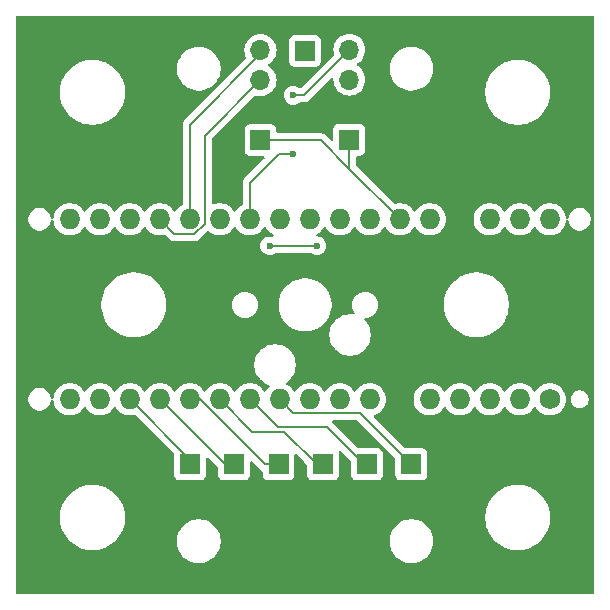
<source format=gbr>
%TF.GenerationSoftware,KiCad,Pcbnew,8.0.8*%
%TF.CreationDate,2025-02-27T19:37:01-05:00*%
%TF.ProjectId,modular_sdvx_pcb_nostabs,6d6f6475-6c61-4725-9f73-6476785f7063,rev?*%
%TF.SameCoordinates,Original*%
%TF.FileFunction,Copper,L1,Top*%
%TF.FilePolarity,Positive*%
%FSLAX46Y46*%
G04 Gerber Fmt 4.6, Leading zero omitted, Abs format (unit mm)*
G04 Created by KiCad (PCBNEW 8.0.8) date 2025-02-27 19:37:01*
%MOMM*%
%LPD*%
G01*
G04 APERTURE LIST*
%TA.AperFunction,ComponentPad*%
%ADD10R,1.700000X1.700000*%
%TD*%
%TA.AperFunction,ComponentPad*%
%ADD11O,1.700000X1.700000*%
%TD*%
%TA.AperFunction,ComponentPad*%
%ADD12O,1.727200X1.727200*%
%TD*%
%TA.AperFunction,ComponentPad*%
%ADD13R,1.727200X1.727200*%
%TD*%
%TA.AperFunction,ComponentPad*%
%ADD14C,1.727200*%
%TD*%
%TA.AperFunction,ViaPad*%
%ADD15C,0.600000*%
%TD*%
%TA.AperFunction,Conductor*%
%ADD16C,0.200000*%
%TD*%
G04 APERTURE END LIST*
D10*
%TO.P,ENC_R1,1,Pin_1*%
%TO.N,/5V*%
X3750000Y14000000D03*
D11*
%TO.P,ENC_R1,2,Pin_2*%
%TO.N,GND*%
X3750000Y16540000D03*
%TO.P,ENC_R1,3,Pin_3*%
%TO.N,/ENC_R_A*%
X3750000Y19080000D03*
%TO.P,ENC_R1,4,Pin_4*%
%TO.N,/ENC_R_B*%
X3750000Y21620000D03*
%TD*%
D10*
%TO.P,SW_D_in1,1,Pin_1*%
%TO.N,Net-(SW_D_in1-Pin_1)*%
X-2250000Y-13500000D03*
%TD*%
%TO.P,SW_B_in1,1,Pin_1*%
%TO.N,Net-(SW_B_in1-Pin_1)*%
X5250000Y-13500000D03*
%TD*%
%TO.P,ENC_L1,1,Pin_1*%
%TO.N,/5V*%
X-3775000Y13950000D03*
D11*
%TO.P,ENC_L1,2,Pin_2*%
%TO.N,GND*%
X-3775000Y16490000D03*
%TO.P,ENC_L1,3,Pin_3*%
%TO.N,/ENC_L_A*%
X-3775000Y19030000D03*
%TO.P,ENC_L1,4,Pin_4*%
%TO.N,/ENC_L_B*%
X-3775000Y21570000D03*
%TD*%
D10*
%TO.P,SW_C_in1,1,Pin_1*%
%TO.N,Net-(A1-D7_INT4)*%
X1500000Y-13500000D03*
%TD*%
%TO.P,SW_L_in1,1,Pin_1*%
%TO.N,Net-(SW_L_in1-Pin_1)*%
X-6000000Y-13500000D03*
%TD*%
%TO.P,SW_R_in1,1,Pin_1*%
%TO.N,Net-(SW_R_in1-Pin_1)*%
X-9750000Y-13500000D03*
%TD*%
%TO.P,SW_OUT1,1,Pin_1*%
%TO.N,Net-(SW_OUT1-Pin_1)*%
X0Y21500000D03*
%TD*%
%TO.P,SW_A_in1,1,Pin_1*%
%TO.N,Net-(SW_A_in1-Pin_1)*%
X9000000Y-13500000D03*
%TD*%
D12*
%TO.P,A1,*%
%TO.N,*%
X2930000Y7250000D03*
X5470000Y7250000D03*
%TO.P,A1,3V3,3.3V*%
%TO.N,unconnected-(A1-3.3V-Pad3V3)*%
X-17390000Y7250000D03*
%TO.P,A1,5V,5V*%
%TO.N,/5V*%
X8010000Y7250000D03*
%TO.P,A1,A0,A0*%
%TO.N,/ENC_L_A*%
X-12310000Y7250000D03*
%TO.P,A1,A1,A1*%
%TO.N,/ENC_L_B*%
X-9770000Y7250000D03*
%TO.P,A1,A2,A2*%
%TO.N,/ENC_R_A*%
X-7230000Y7250000D03*
%TO.P,A1,A3,A3*%
%TO.N,/ENC_R_B*%
X-4690000Y7250000D03*
%TO.P,A1,A4,A4*%
%TO.N,unconnected-(A1-PadA4)*%
X-2150000Y7250000D03*
%TO.P,A1,A5,A5*%
%TO.N,unconnected-(A1-PadA5)*%
X390000Y7250000D03*
%TO.P,A1,AREF,AREF*%
%TO.N,unconnected-(A1-PadAREF)*%
X-14850000Y7250000D03*
%TO.P,A1,D0,D0/RX*%
%TO.N,unconnected-(A1-D0{slash}RX-PadD0)*%
X13090000Y-7990000D03*
%TO.P,A1,D1,D1/TX*%
%TO.N,unconnected-(A1-D1{slash}TX-PadD1)*%
X15630000Y-7990000D03*
%TO.P,A1,D2,D2/SDA*%
%TO.N,unconnected-(A1-D2{slash}SDA-PadD2)*%
X5470000Y-7990000D03*
%TO.P,A1,D3,D3/SCL*%
%TO.N,unconnected-(A1-D3{slash}SCL-PadD3)*%
X2930000Y-7990000D03*
%TO.P,A1,D4,D4*%
%TO.N,unconnected-(A1-PadD4)*%
X390000Y-7990000D03*
%TO.P,A1,D5,D5*%
%TO.N,Net-(SW_A_in1-Pin_1)*%
X-2150000Y-7990000D03*
%TO.P,A1,D6,D6*%
%TO.N,Net-(SW_B_in1-Pin_1)*%
X-4690000Y-7990000D03*
%TO.P,A1,D7,D7_INT4*%
%TO.N,Net-(A1-D7_INT4)*%
X-7230000Y-7990000D03*
%TO.P,A1,D8,D8*%
%TO.N,Net-(SW_D_in1-Pin_1)*%
X-9770000Y-7990000D03*
%TO.P,A1,D9,D9*%
%TO.N,Net-(SW_L_in1-Pin_1)*%
X-12310000Y-7990000D03*
%TO.P,A1,D10,D10*%
%TO.N,Net-(SW_R_in1-Pin_1)*%
X-14850000Y-7990000D03*
%TO.P,A1,D11,D11*%
%TO.N,unconnected-(A1-PadD11)*%
X-17390000Y-7990000D03*
%TO.P,A1,D12,D12*%
%TO.N,unconnected-(A1-PadD12)*%
X-19930000Y-7990000D03*
%TO.P,A1,D13,D13*%
%TO.N,unconnected-(A1-PadD13)*%
X-19930000Y7250000D03*
D13*
%TO.P,A1,GND1,GND*%
%TO.N,GND*%
X13090000Y7250000D03*
%TO.P,A1,GND2,GND*%
X8010000Y-7990000D03*
D12*
%TO.P,A1,MISO,SPI_MISO*%
%TO.N,unconnected-(A1-SPI_MISO-PadMISO)*%
X18170000Y7250000D03*
D14*
%TO.P,A1,MOSI,SPI_MOSI*%
%TO.N,unconnected-(A1-SPI_MOSI-PadMOSI)*%
X20710000Y-7990000D03*
D12*
%TO.P,A1,RST1,RESET*%
%TO.N,unconnected-(A1-RESET-PadRST1)*%
X10550000Y7250000D03*
%TO.P,A1,RST2,RESET*%
%TO.N,unconnected-(A1-RESET-PadRST2)*%
X10550000Y-7990000D03*
%TO.P,A1,SCK,SPI_SCK*%
%TO.N,unconnected-(A1-SPI_SCK-PadSCK)*%
X20710000Y7250000D03*
%TO.P,A1,SS,SPI_CS*%
%TO.N,unconnected-(A1-SPI_CS-PadSS)*%
X18170000Y-7990000D03*
%TO.P,A1,VIN,VIN*%
%TO.N,unconnected-(A1-PadVIN)*%
X15630000Y7250000D03*
%TD*%
D15*
%TO.N,/ENC_R_B*%
X-1000000Y17750000D03*
X-1000000Y12750000D03*
%TO.N,/ENC_R_A*%
X1000000Y5000000D03*
X-3000000Y5000000D03*
%TD*%
D16*
%TO.N,Net-(SW_A_in1-Pin_1)*%
X9000000Y-13500000D02*
X4653600Y-9153600D01*
X4653600Y-9153600D02*
X-986400Y-9153600D01*
X-986400Y-9153600D02*
X-2150000Y-7990000D01*
%TO.N,Net-(SW_B_in1-Pin_1)*%
X1850000Y-10350000D02*
X-2330000Y-10350000D01*
X5000000Y-13500000D02*
X1850000Y-10350000D01*
X-2330000Y-10350000D02*
X-4690000Y-7990000D01*
X5250000Y-13500000D02*
X5000000Y-13500000D01*
%TO.N,Net-(SW_D_in1-Pin_1)*%
X-8875579Y-7990000D02*
X-9770000Y-7990000D01*
X-2250000Y-13500000D02*
X-3365579Y-13500000D01*
X-3365579Y-13500000D02*
X-8875579Y-7990000D01*
%TO.N,Net-(SW_L_in1-Pin_1)*%
X-6800000Y-13500000D02*
X-12310000Y-7990000D01*
X-6000000Y-13500000D02*
X-6800000Y-13500000D01*
%TO.N,Net-(A1-D7_INT4)*%
X1500000Y-13500000D02*
X1000000Y-13500000D01*
X-4470000Y-10750000D02*
X-7230000Y-7990000D01*
X1000000Y-13500000D02*
X-1750000Y-10750000D01*
X-1750000Y-10750000D02*
X-4470000Y-10750000D01*
%TO.N,Net-(SW_R_in1-Pin_1)*%
X-9750000Y-13090000D02*
X-14850000Y-7990000D01*
X-9750000Y-13500000D02*
X-9750000Y-13090000D01*
%TO.N,/ENC_R_B*%
X-4690000Y10310000D02*
X-4690000Y7250000D01*
X-2250000Y12750000D02*
X-4690000Y10310000D01*
X-1000000Y17750000D02*
X-120000Y17750000D01*
X-1000000Y12750000D02*
X-2250000Y12750000D01*
X-120000Y17750000D02*
X3750000Y21620000D01*
%TO.N,/ENC_R_A*%
X1000000Y5000000D02*
X-3000000Y5000000D01*
%TO.N,/ENC_L_B*%
X-3775000Y21570000D02*
X-3775000Y21225000D01*
X-3775000Y21225000D02*
X-9770000Y15230000D01*
X-9770000Y15230000D02*
X-9770000Y7250000D01*
%TO.N,/5V*%
X1310000Y13950000D02*
X3750000Y11510000D01*
X3750000Y14000000D02*
X3750000Y11510000D01*
X3750000Y11510000D02*
X8010000Y7250000D01*
X-3775000Y13950000D02*
X1310000Y13950000D01*
%TO.N,GND*%
X3700000Y16490000D02*
X3750000Y16540000D01*
X-3775000Y16490000D02*
X3700000Y16490000D01*
X3750000Y16540000D02*
X13040000Y7250000D01*
X13040000Y7250000D02*
X13090000Y7250000D01*
%TO.N,/ENC_L_A*%
X-3775000Y19030000D02*
X-8500000Y14305000D01*
X-11060000Y6000000D02*
X-12310000Y7250000D01*
X-8500000Y6874421D02*
X-9374421Y6000000D01*
X-8500000Y14305000D02*
X-8500000Y6874421D01*
X-9374421Y6000000D02*
X-11060000Y6000000D01*
%TD*%
%TA.AperFunction,Conductor*%
%TO.N,GND*%
G36*
X24442539Y24479815D02*
G01*
X24488294Y24427011D01*
X24499500Y24375500D01*
X24499500Y-24375500D01*
X24479815Y-24442539D01*
X24427011Y-24488294D01*
X24375500Y-24499500D01*
X-24375500Y-24499500D01*
X-24442539Y-24479815D01*
X-24488294Y-24427011D01*
X-24499500Y-24375500D01*
X-24499500Y-17845532D01*
X-20750500Y-17845532D01*
X-20750500Y-18154467D01*
X-20750499Y-18154471D01*
X-20716293Y-18458067D01*
X-20715911Y-18461452D01*
X-20647168Y-18762636D01*
X-20545135Y-19054229D01*
X-20411095Y-19332565D01*
X-20246735Y-19594143D01*
X-20054120Y-19835674D01*
X-19835674Y-20054120D01*
X-19594143Y-20246735D01*
X-19332565Y-20411095D01*
X-19054229Y-20545135D01*
X-18762636Y-20647168D01*
X-18461452Y-20715911D01*
X-18461442Y-20715912D01*
X-18461437Y-20715913D01*
X-18311356Y-20732822D01*
X-18154469Y-20750499D01*
X-18154468Y-20750500D01*
X-18154465Y-20750500D01*
X-17845532Y-20750500D01*
X-17845529Y-20750499D01*
X-17743206Y-20738970D01*
X-17538562Y-20715913D01*
X-17538554Y-20715911D01*
X-17538548Y-20715911D01*
X-17237364Y-20647168D01*
X-17237352Y-20647164D01*
X-16945777Y-20545137D01*
X-16945778Y-20545137D01*
X-16945771Y-20545135D01*
X-16667435Y-20411095D01*
X-16405857Y-20246735D01*
X-16164326Y-20054120D01*
X-15988918Y-19878712D01*
X-10850500Y-19878712D01*
X-10850500Y-20121288D01*
X-10818838Y-20361789D01*
X-10756054Y-20596100D01*
X-10663224Y-20820212D01*
X-10541936Y-21030289D01*
X-10394265Y-21222738D01*
X-10222738Y-21394265D01*
X-10030289Y-21541936D01*
X-9820212Y-21663224D01*
X-9596100Y-21756054D01*
X-9361789Y-21818838D01*
X-9169388Y-21844167D01*
X-9121289Y-21850500D01*
X-9121288Y-21850500D01*
X-8878711Y-21850500D01*
X-8818586Y-21842584D01*
X-8638211Y-21818838D01*
X-8403900Y-21756054D01*
X-8179788Y-21663224D01*
X-7969711Y-21541936D01*
X-7777262Y-21394265D01*
X-7777256Y-21394260D01*
X-7605739Y-21222743D01*
X-7605733Y-21222736D01*
X-7458067Y-21030293D01*
X-7458066Y-21030292D01*
X-7458064Y-21030289D01*
X-7336776Y-20820212D01*
X-7293573Y-20715911D01*
X-7243947Y-20596104D01*
X-7181161Y-20361785D01*
X-7149500Y-20121288D01*
X-7149500Y-19878711D01*
X7149500Y-19878711D01*
X7149500Y-20121288D01*
X7181161Y-20361785D01*
X7243947Y-20596104D01*
X7293573Y-20715911D01*
X7336776Y-20820212D01*
X7458064Y-21030289D01*
X7458066Y-21030292D01*
X7458067Y-21030293D01*
X7605733Y-21222736D01*
X7605739Y-21222743D01*
X7777256Y-21394260D01*
X7777262Y-21394265D01*
X7969711Y-21541936D01*
X8179788Y-21663224D01*
X8403900Y-21756054D01*
X8638211Y-21818838D01*
X8818586Y-21842584D01*
X8878711Y-21850500D01*
X8878712Y-21850500D01*
X9121289Y-21850500D01*
X9169388Y-21844167D01*
X9361789Y-21818838D01*
X9596100Y-21756054D01*
X9820212Y-21663224D01*
X10030289Y-21541936D01*
X10222738Y-21394265D01*
X10394265Y-21222738D01*
X10541936Y-21030289D01*
X10663224Y-20820212D01*
X10756054Y-20596100D01*
X10818838Y-20361789D01*
X10850500Y-20121288D01*
X10850500Y-19878712D01*
X10818838Y-19638211D01*
X10756054Y-19403900D01*
X10663224Y-19179788D01*
X10541936Y-18969711D01*
X10394265Y-18777262D01*
X10394260Y-18777256D01*
X10222743Y-18605739D01*
X10222736Y-18605733D01*
X10030293Y-18458067D01*
X10030292Y-18458066D01*
X10030289Y-18458064D01*
X9820212Y-18336776D01*
X9820205Y-18336773D01*
X9596104Y-18243947D01*
X9361785Y-18181161D01*
X9121289Y-18149500D01*
X9121288Y-18149500D01*
X8878712Y-18149500D01*
X8878711Y-18149500D01*
X8638214Y-18181161D01*
X8403895Y-18243947D01*
X8179794Y-18336773D01*
X8179785Y-18336777D01*
X7969706Y-18458067D01*
X7777263Y-18605733D01*
X7777256Y-18605739D01*
X7605739Y-18777256D01*
X7605733Y-18777263D01*
X7458067Y-18969706D01*
X7336777Y-19179785D01*
X7336773Y-19179794D01*
X7243947Y-19403895D01*
X7181161Y-19638214D01*
X7149500Y-19878711D01*
X-7149500Y-19878711D01*
X-7181161Y-19638214D01*
X-7243947Y-19403895D01*
X-7336773Y-19179794D01*
X-7336777Y-19179785D01*
X-7458067Y-18969706D01*
X-7605733Y-18777263D01*
X-7605739Y-18777256D01*
X-7777256Y-18605739D01*
X-7777263Y-18605733D01*
X-7969706Y-18458067D01*
X-8179785Y-18336777D01*
X-8179794Y-18336773D01*
X-8403895Y-18243947D01*
X-8638214Y-18181161D01*
X-8878711Y-18149500D01*
X-8878712Y-18149500D01*
X-9121288Y-18149500D01*
X-9121289Y-18149500D01*
X-9361785Y-18181161D01*
X-9596104Y-18243947D01*
X-9820205Y-18336773D01*
X-9820212Y-18336776D01*
X-10030289Y-18458064D01*
X-10030292Y-18458066D01*
X-10030293Y-18458067D01*
X-10222736Y-18605733D01*
X-10222743Y-18605739D01*
X-10394260Y-18777256D01*
X-10394265Y-18777262D01*
X-10541936Y-18969711D01*
X-10663224Y-19179788D01*
X-10756054Y-19403900D01*
X-10818838Y-19638211D01*
X-10850500Y-19878712D01*
X-15988918Y-19878712D01*
X-15945880Y-19835674D01*
X-15753265Y-19594143D01*
X-15588905Y-19332565D01*
X-15588903Y-19332562D01*
X-15454868Y-19054236D01*
X-15454862Y-19054222D01*
X-15352835Y-18762647D01*
X-15352831Y-18762635D01*
X-15284089Y-18461455D01*
X-15284086Y-18461437D01*
X-15249500Y-18154471D01*
X-15249500Y-17845528D01*
X15249500Y-17845528D01*
X15249500Y-18154471D01*
X15284086Y-18461437D01*
X15284089Y-18461455D01*
X15352831Y-18762635D01*
X15352835Y-18762647D01*
X15454862Y-19054222D01*
X15454868Y-19054236D01*
X15588903Y-19332562D01*
X15588905Y-19332565D01*
X15753265Y-19594143D01*
X15945880Y-19835674D01*
X16164326Y-20054120D01*
X16405857Y-20246735D01*
X16667435Y-20411095D01*
X16945771Y-20545135D01*
X16945777Y-20545137D01*
X17237352Y-20647164D01*
X17237364Y-20647168D01*
X17538548Y-20715911D01*
X17538554Y-20715911D01*
X17538562Y-20715913D01*
X17743206Y-20738970D01*
X17845529Y-20750499D01*
X17845532Y-20750500D01*
X17845535Y-20750500D01*
X18154468Y-20750500D01*
X18154469Y-20750499D01*
X18311356Y-20732822D01*
X18461437Y-20715913D01*
X18461442Y-20715912D01*
X18461452Y-20715911D01*
X18762636Y-20647168D01*
X19054229Y-20545135D01*
X19332565Y-20411095D01*
X19594143Y-20246735D01*
X19835674Y-20054120D01*
X20054120Y-19835674D01*
X20246735Y-19594143D01*
X20411095Y-19332565D01*
X20545135Y-19054229D01*
X20647168Y-18762636D01*
X20715911Y-18461452D01*
X20716293Y-18458067D01*
X20750499Y-18154471D01*
X20750500Y-18154467D01*
X20750500Y-17845532D01*
X20750499Y-17845528D01*
X20715913Y-17538562D01*
X20715910Y-17538544D01*
X20647168Y-17237364D01*
X20647164Y-17237352D01*
X20545137Y-16945777D01*
X20545135Y-16945771D01*
X20411095Y-16667435D01*
X20246735Y-16405857D01*
X20054120Y-16164326D01*
X19835674Y-15945880D01*
X19594143Y-15753265D01*
X19332565Y-15588905D01*
X19332562Y-15588903D01*
X19054236Y-15454868D01*
X19054222Y-15454862D01*
X18762647Y-15352835D01*
X18762635Y-15352831D01*
X18461455Y-15284089D01*
X18461437Y-15284086D01*
X18154471Y-15249500D01*
X18154465Y-15249500D01*
X17845535Y-15249500D01*
X17845528Y-15249500D01*
X17538562Y-15284086D01*
X17538544Y-15284089D01*
X17237364Y-15352831D01*
X17237352Y-15352835D01*
X16945777Y-15454862D01*
X16945763Y-15454868D01*
X16667437Y-15588903D01*
X16405858Y-15753264D01*
X16164326Y-15945879D01*
X15945879Y-16164326D01*
X15753264Y-16405858D01*
X15588903Y-16667437D01*
X15454868Y-16945763D01*
X15454862Y-16945777D01*
X15352835Y-17237352D01*
X15352831Y-17237364D01*
X15284089Y-17538544D01*
X15284086Y-17538562D01*
X15249500Y-17845528D01*
X-15249500Y-17845528D01*
X-15284086Y-17538562D01*
X-15284089Y-17538544D01*
X-15352831Y-17237364D01*
X-15352835Y-17237352D01*
X-15454862Y-16945777D01*
X-15454868Y-16945763D01*
X-15588903Y-16667437D01*
X-15753264Y-16405858D01*
X-15945879Y-16164326D01*
X-16164326Y-15945879D01*
X-16405858Y-15753264D01*
X-16667437Y-15588903D01*
X-16945763Y-15454868D01*
X-16945777Y-15454862D01*
X-17237352Y-15352835D01*
X-17237364Y-15352831D01*
X-17538544Y-15284089D01*
X-17538562Y-15284086D01*
X-17845528Y-15249500D01*
X-17845535Y-15249500D01*
X-18154465Y-15249500D01*
X-18154471Y-15249500D01*
X-18461437Y-15284086D01*
X-18461455Y-15284089D01*
X-18762635Y-15352831D01*
X-18762647Y-15352835D01*
X-19054222Y-15454862D01*
X-19054236Y-15454868D01*
X-19332562Y-15588903D01*
X-19332565Y-15588905D01*
X-19594143Y-15753265D01*
X-19835674Y-15945880D01*
X-20054120Y-16164326D01*
X-20246735Y-16405857D01*
X-20411095Y-16667435D01*
X-20545135Y-16945771D01*
X-20545137Y-16945777D01*
X-20647164Y-17237352D01*
X-20647168Y-17237364D01*
X-20715910Y-17538544D01*
X-20715913Y-17538562D01*
X-20750499Y-17845528D01*
X-20750500Y-17845532D01*
X-24499500Y-17845532D01*
X-24499500Y-7896384D01*
X-23420500Y-7896384D01*
X-23420500Y-8083616D01*
X-23383973Y-8267251D01*
X-23312322Y-8440231D01*
X-23208302Y-8595908D01*
X-23075908Y-8728302D01*
X-22920231Y-8832322D01*
X-22747251Y-8903973D01*
X-22563618Y-8940499D01*
X-22563617Y-8940500D01*
X-22563616Y-8940500D01*
X-22376383Y-8940500D01*
X-22376379Y-8940499D01*
X-22192749Y-8903973D01*
X-22019769Y-8832322D01*
X-22019768Y-8832321D01*
X-22019762Y-8832318D01*
X-21864092Y-8728302D01*
X-21864088Y-8728299D01*
X-21731700Y-8595911D01*
X-21731697Y-8595907D01*
X-21627681Y-8440237D01*
X-21627676Y-8440228D01*
X-21556027Y-8267251D01*
X-21556025Y-8267245D01*
X-21530480Y-8138822D01*
X-21498095Y-8076911D01*
X-21437379Y-8042337D01*
X-21367610Y-8046077D01*
X-21310938Y-8086944D01*
X-21285356Y-8151962D01*
X-21285319Y-8152386D01*
X-21280107Y-8215293D01*
X-21224611Y-8434441D01*
X-21133802Y-8641465D01*
X-21010156Y-8830719D01*
X-21010151Y-8830724D01*
X-21010149Y-8830727D01*
X-20956832Y-8888643D01*
X-20857046Y-8997040D01*
X-20678649Y-9135893D01*
X-20479831Y-9243488D01*
X-20266014Y-9316891D01*
X-20043033Y-9354100D01*
X-20043032Y-9354100D01*
X-19816968Y-9354100D01*
X-19816967Y-9354100D01*
X-19593986Y-9316891D01*
X-19593984Y-9316890D01*
X-19593982Y-9316890D01*
X-19380172Y-9243489D01*
X-19380169Y-9243488D01*
X-19181351Y-9135893D01*
X-19002954Y-8997040D01*
X-18990826Y-8983866D01*
X-18849850Y-8830727D01*
X-18849849Y-8830724D01*
X-18849844Y-8830719D01*
X-18763806Y-8699028D01*
X-18710662Y-8653675D01*
X-18641431Y-8644251D01*
X-18578095Y-8673753D01*
X-18556195Y-8699025D01*
X-18470156Y-8830719D01*
X-18470149Y-8830726D01*
X-18470149Y-8830727D01*
X-18416832Y-8888643D01*
X-18317046Y-8997040D01*
X-18138649Y-9135893D01*
X-17939831Y-9243488D01*
X-17726014Y-9316891D01*
X-17503033Y-9354100D01*
X-17503032Y-9354100D01*
X-17276968Y-9354100D01*
X-17276967Y-9354100D01*
X-17053986Y-9316891D01*
X-17053984Y-9316890D01*
X-17053982Y-9316890D01*
X-16840172Y-9243489D01*
X-16840169Y-9243488D01*
X-16641351Y-9135893D01*
X-16462954Y-8997040D01*
X-16450826Y-8983866D01*
X-16309850Y-8830727D01*
X-16309849Y-8830724D01*
X-16309844Y-8830719D01*
X-16223806Y-8699028D01*
X-16170662Y-8653675D01*
X-16101431Y-8644251D01*
X-16038095Y-8673753D01*
X-16016195Y-8699025D01*
X-15930156Y-8830719D01*
X-15930149Y-8830726D01*
X-15930149Y-8830727D01*
X-15876832Y-8888643D01*
X-15777046Y-8997040D01*
X-15598649Y-9135893D01*
X-15399831Y-9243488D01*
X-15186014Y-9316891D01*
X-14963033Y-9354100D01*
X-14963032Y-9354100D01*
X-14736968Y-9354100D01*
X-14736967Y-9354100D01*
X-14513986Y-9316891D01*
X-14481751Y-9305824D01*
X-14411955Y-9302674D01*
X-14353810Y-9335423D01*
X-11136816Y-12552417D01*
X-11103333Y-12613738D01*
X-11100499Y-12640086D01*
X-11100499Y-14397872D01*
X-11094091Y-14457483D01*
X-11043796Y-14592331D01*
X-10957546Y-14707546D01*
X-10842331Y-14793796D01*
X-10707483Y-14844091D01*
X-10647873Y-14850500D01*
X-8852128Y-14850499D01*
X-8803757Y-14845299D01*
X-8792516Y-14844091D01*
X-8657671Y-14793797D01*
X-8657664Y-14793793D01*
X-8542455Y-14707547D01*
X-8542452Y-14707544D01*
X-8456206Y-14592335D01*
X-8456202Y-14592328D01*
X-8405908Y-14457482D01*
X-8399501Y-14397883D01*
X-8399500Y-14397881D01*
X-8399500Y-14397873D01*
X-8399500Y-13049096D01*
X-8379815Y-12982057D01*
X-8327011Y-12936302D01*
X-8257853Y-12926358D01*
X-8194297Y-12955383D01*
X-8187821Y-12961412D01*
X-7386816Y-13762418D01*
X-7353333Y-13823739D01*
X-7350499Y-13850097D01*
X-7350499Y-14397872D01*
X-7344091Y-14457483D01*
X-7293796Y-14592331D01*
X-7207546Y-14707546D01*
X-7092331Y-14793796D01*
X-6957483Y-14844091D01*
X-6897873Y-14850500D01*
X-5102128Y-14850499D01*
X-5053757Y-14845299D01*
X-5042516Y-14844091D01*
X-4907671Y-14793797D01*
X-4907664Y-14793793D01*
X-4792455Y-14707547D01*
X-4792452Y-14707544D01*
X-4706206Y-14592335D01*
X-4706202Y-14592328D01*
X-4655908Y-14457482D01*
X-4649501Y-14397883D01*
X-4649500Y-14397881D01*
X-4649500Y-14397873D01*
X-4649500Y-13364676D01*
X-4629815Y-13297637D01*
X-4577011Y-13251882D01*
X-4507853Y-13241938D01*
X-4444297Y-13270963D01*
X-4437822Y-13276991D01*
X-3734295Y-13980520D01*
X-3662500Y-14021970D01*
X-3614284Y-14072537D01*
X-3600499Y-14129358D01*
X-3600499Y-14397872D01*
X-3594091Y-14457483D01*
X-3543796Y-14592331D01*
X-3457546Y-14707546D01*
X-3342331Y-14793796D01*
X-3207483Y-14844091D01*
X-3147873Y-14850500D01*
X-1352128Y-14850499D01*
X-1303757Y-14845299D01*
X-1292516Y-14844091D01*
X-1157671Y-14793797D01*
X-1157664Y-14793793D01*
X-1042455Y-14707547D01*
X-1042452Y-14707544D01*
X-956206Y-14592335D01*
X-956202Y-14592328D01*
X-905908Y-14457482D01*
X-899501Y-14397883D01*
X-899500Y-14397881D01*
X-899500Y-14397873D01*
X-899500Y-13523739D01*
X-899500Y-12749095D01*
X-879815Y-12682056D01*
X-827011Y-12636301D01*
X-757853Y-12626357D01*
X-694297Y-12655382D01*
X-687837Y-12661396D01*
X-78272Y-13270963D01*
X113181Y-13462416D01*
X146666Y-13523739D01*
X149500Y-13550097D01*
X149500Y-14397870D01*
X149501Y-14397876D01*
X155908Y-14457483D01*
X206202Y-14592328D01*
X206206Y-14592335D01*
X292452Y-14707544D01*
X292455Y-14707547D01*
X407664Y-14793793D01*
X407671Y-14793797D01*
X542517Y-14844091D01*
X542516Y-14844091D01*
X549444Y-14844835D01*
X602127Y-14850500D01*
X2397872Y-14850499D01*
X2457483Y-14844091D01*
X2592331Y-14793796D01*
X2707546Y-14707546D01*
X2793796Y-14592331D01*
X2844091Y-14457483D01*
X2850500Y-14397873D01*
X2850499Y-12602128D01*
X2844091Y-12542517D01*
X2835577Y-12519689D01*
X2830593Y-12449997D01*
X2864078Y-12388674D01*
X2925402Y-12355190D01*
X2995093Y-12360175D01*
X3039438Y-12388673D01*
X3577122Y-12926358D01*
X3863181Y-13212417D01*
X3896666Y-13273740D01*
X3899500Y-13300098D01*
X3899500Y-14397870D01*
X3899501Y-14397876D01*
X3905908Y-14457483D01*
X3956202Y-14592328D01*
X3956206Y-14592335D01*
X4042452Y-14707544D01*
X4042455Y-14707547D01*
X4157664Y-14793793D01*
X4157671Y-14793797D01*
X4292517Y-14844091D01*
X4292516Y-14844091D01*
X4299444Y-14844835D01*
X4352127Y-14850500D01*
X6147872Y-14850499D01*
X6207483Y-14844091D01*
X6342331Y-14793796D01*
X6457546Y-14707546D01*
X6543796Y-14592331D01*
X6594091Y-14457483D01*
X6600500Y-14397873D01*
X6600499Y-12602128D01*
X6594091Y-12542517D01*
X6561420Y-12454922D01*
X6543797Y-12407671D01*
X6543793Y-12407664D01*
X6457547Y-12292455D01*
X6457544Y-12292452D01*
X6342335Y-12206206D01*
X6342328Y-12206202D01*
X6207482Y-12155908D01*
X6207483Y-12155908D01*
X6147883Y-12149501D01*
X6147881Y-12149500D01*
X6147873Y-12149500D01*
X6147865Y-12149500D01*
X4550098Y-12149500D01*
X4483059Y-12129815D01*
X4462417Y-12113181D01*
X2337590Y-9988355D01*
X2337588Y-9988352D01*
X2315017Y-9965781D01*
X2281532Y-9904458D01*
X2286516Y-9834766D01*
X2328388Y-9778833D01*
X2393852Y-9754416D01*
X2402698Y-9754100D01*
X4353503Y-9754100D01*
X4420542Y-9773785D01*
X4441184Y-9790419D01*
X7613181Y-12962416D01*
X7646666Y-13023739D01*
X7649500Y-13050097D01*
X7649500Y-14397870D01*
X7649501Y-14397876D01*
X7655908Y-14457483D01*
X7706202Y-14592328D01*
X7706206Y-14592335D01*
X7792452Y-14707544D01*
X7792455Y-14707547D01*
X7907664Y-14793793D01*
X7907671Y-14793797D01*
X8042517Y-14844091D01*
X8042516Y-14844091D01*
X8049444Y-14844835D01*
X8102127Y-14850500D01*
X9897872Y-14850499D01*
X9957483Y-14844091D01*
X10092331Y-14793796D01*
X10207546Y-14707546D01*
X10293796Y-14592331D01*
X10344091Y-14457483D01*
X10350500Y-14397873D01*
X10350499Y-12602128D01*
X10344091Y-12542517D01*
X10311420Y-12454922D01*
X10293797Y-12407671D01*
X10293793Y-12407664D01*
X10207547Y-12292455D01*
X10207544Y-12292452D01*
X10092335Y-12206206D01*
X10092328Y-12206202D01*
X9957482Y-12155908D01*
X9957483Y-12155908D01*
X9897883Y-12149501D01*
X9897881Y-12149500D01*
X9897873Y-12149500D01*
X9897865Y-12149500D01*
X8550097Y-12149500D01*
X8483058Y-12129815D01*
X8462416Y-12113181D01*
X5842339Y-9493104D01*
X5808854Y-9431781D01*
X5813838Y-9362089D01*
X5855710Y-9306156D01*
X5889758Y-9288142D01*
X5913642Y-9279942D01*
X6019831Y-9243488D01*
X6218649Y-9135893D01*
X6397046Y-8997040D01*
X6496832Y-8888643D01*
X6550149Y-8830727D01*
X6550151Y-8830724D01*
X6550156Y-8830719D01*
X6673802Y-8641465D01*
X6764611Y-8434441D01*
X6820107Y-8215293D01*
X6831018Y-8083616D01*
X6838775Y-7990006D01*
X6838775Y-7989993D01*
X9181225Y-7989993D01*
X9181225Y-7990006D01*
X9199892Y-8215289D01*
X9255388Y-8434439D01*
X9346198Y-8641466D01*
X9469842Y-8830716D01*
X9469850Y-8830727D01*
X9610826Y-8983866D01*
X9622954Y-8997040D01*
X9801351Y-9135893D01*
X10000169Y-9243488D01*
X10000172Y-9243489D01*
X10213982Y-9316890D01*
X10213984Y-9316890D01*
X10213986Y-9316891D01*
X10436967Y-9354100D01*
X10436968Y-9354100D01*
X10663032Y-9354100D01*
X10663033Y-9354100D01*
X10886014Y-9316891D01*
X11099831Y-9243488D01*
X11298649Y-9135893D01*
X11477046Y-8997040D01*
X11576832Y-8888643D01*
X11630149Y-8830727D01*
X11630149Y-8830726D01*
X11630156Y-8830719D01*
X11716193Y-8699028D01*
X11769338Y-8653675D01*
X11838569Y-8644251D01*
X11901905Y-8673753D01*
X11923804Y-8699025D01*
X12009844Y-8830719D01*
X12009849Y-8830724D01*
X12009850Y-8830727D01*
X12150826Y-8983866D01*
X12162954Y-8997040D01*
X12341351Y-9135893D01*
X12540169Y-9243488D01*
X12540172Y-9243489D01*
X12753982Y-9316890D01*
X12753984Y-9316890D01*
X12753986Y-9316891D01*
X12976967Y-9354100D01*
X12976968Y-9354100D01*
X13203032Y-9354100D01*
X13203033Y-9354100D01*
X13426014Y-9316891D01*
X13639831Y-9243488D01*
X13838649Y-9135893D01*
X14017046Y-8997040D01*
X14116832Y-8888643D01*
X14170149Y-8830727D01*
X14170149Y-8830726D01*
X14170156Y-8830719D01*
X14256193Y-8699028D01*
X14309338Y-8653675D01*
X14378569Y-8644251D01*
X14441905Y-8673753D01*
X14463804Y-8699025D01*
X14549844Y-8830719D01*
X14549849Y-8830724D01*
X14549850Y-8830727D01*
X14690826Y-8983866D01*
X14702954Y-8997040D01*
X14881351Y-9135893D01*
X15080169Y-9243488D01*
X15080172Y-9243489D01*
X15293982Y-9316890D01*
X15293984Y-9316890D01*
X15293986Y-9316891D01*
X15516967Y-9354100D01*
X15516968Y-9354100D01*
X15743032Y-9354100D01*
X15743033Y-9354100D01*
X15966014Y-9316891D01*
X16179831Y-9243488D01*
X16378649Y-9135893D01*
X16557046Y-8997040D01*
X16656832Y-8888643D01*
X16710149Y-8830727D01*
X16710149Y-8830726D01*
X16710156Y-8830719D01*
X16796193Y-8699028D01*
X16849338Y-8653675D01*
X16918569Y-8644251D01*
X16981905Y-8673753D01*
X17003804Y-8699025D01*
X17089844Y-8830719D01*
X17089849Y-8830724D01*
X17089850Y-8830727D01*
X17230826Y-8983866D01*
X17242954Y-8997040D01*
X17421351Y-9135893D01*
X17620169Y-9243488D01*
X17620172Y-9243489D01*
X17833982Y-9316890D01*
X17833984Y-9316890D01*
X17833986Y-9316891D01*
X18056967Y-9354100D01*
X18056968Y-9354100D01*
X18283032Y-9354100D01*
X18283033Y-9354100D01*
X18506014Y-9316891D01*
X18719831Y-9243488D01*
X18918649Y-9135893D01*
X19097046Y-8997040D01*
X19196832Y-8888643D01*
X19250149Y-8830727D01*
X19250149Y-8830726D01*
X19250156Y-8830719D01*
X19336193Y-8699028D01*
X19389338Y-8653675D01*
X19458569Y-8644251D01*
X19521905Y-8673753D01*
X19543804Y-8699025D01*
X19629844Y-8830719D01*
X19629849Y-8830724D01*
X19629850Y-8830727D01*
X19770826Y-8983866D01*
X19782954Y-8997040D01*
X19961351Y-9135893D01*
X20160169Y-9243488D01*
X20160172Y-9243489D01*
X20373982Y-9316890D01*
X20373984Y-9316890D01*
X20373986Y-9316891D01*
X20596967Y-9354100D01*
X20596968Y-9354100D01*
X20823032Y-9354100D01*
X20823033Y-9354100D01*
X21046014Y-9316891D01*
X21259831Y-9243488D01*
X21458649Y-9135893D01*
X21637046Y-8997040D01*
X21736832Y-8888643D01*
X21790149Y-8830727D01*
X21790151Y-8830724D01*
X21790156Y-8830719D01*
X21913802Y-8641465D01*
X22004611Y-8434441D01*
X22060107Y-8215293D01*
X22071018Y-8083616D01*
X22072585Y-8064708D01*
X22491499Y-8064708D01*
X22520647Y-8211240D01*
X22520650Y-8211250D01*
X22577822Y-8349277D01*
X22577829Y-8349290D01*
X22660834Y-8473515D01*
X22660837Y-8473519D01*
X22766480Y-8579162D01*
X22766484Y-8579165D01*
X22890709Y-8662170D01*
X22890722Y-8662177D01*
X23028749Y-8719349D01*
X23028754Y-8719351D01*
X23028758Y-8719351D01*
X23028759Y-8719352D01*
X23175291Y-8748500D01*
X23175294Y-8748500D01*
X23324708Y-8748500D01*
X23426262Y-8728299D01*
X23471246Y-8719351D01*
X23609284Y-8662174D01*
X23733516Y-8579165D01*
X23839165Y-8473516D01*
X23922174Y-8349284D01*
X23979351Y-8211246D01*
X23990982Y-8152776D01*
X24008500Y-8064708D01*
X24008500Y-7915291D01*
X23979352Y-7768759D01*
X23979351Y-7768758D01*
X23979351Y-7768754D01*
X23956153Y-7712748D01*
X23922177Y-7630722D01*
X23922170Y-7630709D01*
X23839165Y-7506484D01*
X23839162Y-7506480D01*
X23733519Y-7400837D01*
X23733515Y-7400834D01*
X23609290Y-7317829D01*
X23609277Y-7317822D01*
X23471250Y-7260650D01*
X23471240Y-7260647D01*
X23324708Y-7231500D01*
X23324706Y-7231500D01*
X23175294Y-7231500D01*
X23175292Y-7231500D01*
X23028759Y-7260647D01*
X23028749Y-7260650D01*
X22890722Y-7317822D01*
X22890709Y-7317829D01*
X22766484Y-7400834D01*
X22766480Y-7400837D01*
X22660837Y-7506480D01*
X22660834Y-7506484D01*
X22577829Y-7630709D01*
X22577822Y-7630722D01*
X22520650Y-7768749D01*
X22520647Y-7768759D01*
X22491500Y-7915291D01*
X22491500Y-7915294D01*
X22491500Y-8064706D01*
X22491500Y-8064708D01*
X22491499Y-8064708D01*
X22072585Y-8064708D01*
X22078775Y-7990006D01*
X22078775Y-7989993D01*
X22060107Y-7764710D01*
X22060107Y-7764707D01*
X22004611Y-7545559D01*
X21913802Y-7338535D01*
X21862916Y-7260649D01*
X21790157Y-7149283D01*
X21790149Y-7149272D01*
X21637049Y-6982963D01*
X21637048Y-6982962D01*
X21637046Y-6982960D01*
X21458649Y-6844107D01*
X21340700Y-6780276D01*
X21259832Y-6736512D01*
X21259827Y-6736510D01*
X21046017Y-6663109D01*
X20878778Y-6635202D01*
X20823033Y-6625900D01*
X20596967Y-6625900D01*
X20552370Y-6633341D01*
X20373982Y-6663109D01*
X20160172Y-6736510D01*
X20160167Y-6736512D01*
X19961352Y-6844106D01*
X19782955Y-6982959D01*
X19782950Y-6982963D01*
X19629850Y-7149272D01*
X19629842Y-7149283D01*
X19543808Y-7280968D01*
X19490662Y-7326325D01*
X19421430Y-7335748D01*
X19358095Y-7306246D01*
X19336192Y-7280968D01*
X19250157Y-7149283D01*
X19250149Y-7149272D01*
X19097049Y-6982963D01*
X19097048Y-6982962D01*
X19097046Y-6982960D01*
X18918649Y-6844107D01*
X18800700Y-6780276D01*
X18719832Y-6736512D01*
X18719827Y-6736510D01*
X18506017Y-6663109D01*
X18338778Y-6635202D01*
X18283033Y-6625900D01*
X18056967Y-6625900D01*
X18012370Y-6633341D01*
X17833982Y-6663109D01*
X17620172Y-6736510D01*
X17620167Y-6736512D01*
X17421352Y-6844106D01*
X17242955Y-6982959D01*
X17242950Y-6982963D01*
X17089850Y-7149272D01*
X17089842Y-7149283D01*
X17003808Y-7280968D01*
X16950662Y-7326325D01*
X16881430Y-7335748D01*
X16818095Y-7306246D01*
X16796192Y-7280968D01*
X16710157Y-7149283D01*
X16710149Y-7149272D01*
X16557049Y-6982963D01*
X16557048Y-6982962D01*
X16557046Y-6982960D01*
X16378649Y-6844107D01*
X16260700Y-6780276D01*
X16179832Y-6736512D01*
X16179827Y-6736510D01*
X15966017Y-6663109D01*
X15798778Y-6635202D01*
X15743033Y-6625900D01*
X15516967Y-6625900D01*
X15472370Y-6633341D01*
X15293982Y-6663109D01*
X15080172Y-6736510D01*
X15080167Y-6736512D01*
X14881352Y-6844106D01*
X14702955Y-6982959D01*
X14702950Y-6982963D01*
X14549850Y-7149272D01*
X14549842Y-7149283D01*
X14463808Y-7280968D01*
X14410662Y-7326325D01*
X14341430Y-7335748D01*
X14278095Y-7306246D01*
X14256192Y-7280968D01*
X14170157Y-7149283D01*
X14170149Y-7149272D01*
X14017049Y-6982963D01*
X14017048Y-6982962D01*
X14017046Y-6982960D01*
X13838649Y-6844107D01*
X13720700Y-6780276D01*
X13639832Y-6736512D01*
X13639827Y-6736510D01*
X13426017Y-6663109D01*
X13258778Y-6635202D01*
X13203033Y-6625900D01*
X12976967Y-6625900D01*
X12932370Y-6633341D01*
X12753982Y-6663109D01*
X12540172Y-6736510D01*
X12540167Y-6736512D01*
X12341352Y-6844106D01*
X12162955Y-6982959D01*
X12162950Y-6982963D01*
X12009850Y-7149272D01*
X12009842Y-7149283D01*
X11923808Y-7280968D01*
X11870662Y-7326325D01*
X11801430Y-7335748D01*
X11738095Y-7306246D01*
X11716192Y-7280968D01*
X11630157Y-7149283D01*
X11630149Y-7149272D01*
X11477049Y-6982963D01*
X11477048Y-6982962D01*
X11477046Y-6982960D01*
X11298649Y-6844107D01*
X11180700Y-6780276D01*
X11099832Y-6736512D01*
X11099827Y-6736510D01*
X10886017Y-6663109D01*
X10718778Y-6635202D01*
X10663033Y-6625900D01*
X10436967Y-6625900D01*
X10392370Y-6633341D01*
X10213982Y-6663109D01*
X10000172Y-6736510D01*
X10000167Y-6736512D01*
X9801352Y-6844106D01*
X9622955Y-6982959D01*
X9622950Y-6982963D01*
X9469850Y-7149272D01*
X9469842Y-7149283D01*
X9346198Y-7338533D01*
X9255388Y-7545560D01*
X9199892Y-7764710D01*
X9181225Y-7989993D01*
X6838775Y-7989993D01*
X6820107Y-7764710D01*
X6820107Y-7764707D01*
X6764611Y-7545559D01*
X6673802Y-7338535D01*
X6622916Y-7260649D01*
X6550157Y-7149283D01*
X6550149Y-7149272D01*
X6397049Y-6982963D01*
X6397048Y-6982962D01*
X6397046Y-6982960D01*
X6218649Y-6844107D01*
X6100700Y-6780276D01*
X6019832Y-6736512D01*
X6019827Y-6736510D01*
X5806017Y-6663109D01*
X5638778Y-6635202D01*
X5583033Y-6625900D01*
X5356967Y-6625900D01*
X5312370Y-6633341D01*
X5133982Y-6663109D01*
X4920172Y-6736510D01*
X4920167Y-6736512D01*
X4721352Y-6844106D01*
X4542955Y-6982959D01*
X4542950Y-6982963D01*
X4389850Y-7149272D01*
X4389842Y-7149283D01*
X4303808Y-7280968D01*
X4250662Y-7326325D01*
X4181430Y-7335748D01*
X4118095Y-7306246D01*
X4096192Y-7280968D01*
X4010157Y-7149283D01*
X4010149Y-7149272D01*
X3857049Y-6982963D01*
X3857048Y-6982962D01*
X3857046Y-6982960D01*
X3678649Y-6844107D01*
X3560700Y-6780276D01*
X3479832Y-6736512D01*
X3479827Y-6736510D01*
X3266017Y-6663109D01*
X3098778Y-6635202D01*
X3043033Y-6625900D01*
X2816967Y-6625900D01*
X2772370Y-6633341D01*
X2593982Y-6663109D01*
X2380172Y-6736510D01*
X2380167Y-6736512D01*
X2181352Y-6844106D01*
X2002955Y-6982959D01*
X2002950Y-6982963D01*
X1849850Y-7149272D01*
X1849842Y-7149283D01*
X1763808Y-7280968D01*
X1710662Y-7326325D01*
X1641430Y-7335748D01*
X1578095Y-7306246D01*
X1556192Y-7280968D01*
X1470157Y-7149283D01*
X1470149Y-7149272D01*
X1317049Y-6982963D01*
X1317048Y-6982962D01*
X1317046Y-6982960D01*
X1138649Y-6844107D01*
X1020700Y-6780276D01*
X939832Y-6736512D01*
X939827Y-6736510D01*
X726017Y-6663109D01*
X558778Y-6635202D01*
X503033Y-6625900D01*
X276967Y-6625900D01*
X232370Y-6633341D01*
X53982Y-6663109D01*
X-159827Y-6736510D01*
X-159832Y-6736512D01*
X-240700Y-6780276D01*
X-358649Y-6844107D01*
X-537046Y-6982960D01*
X-537048Y-6982962D01*
X-537049Y-6982963D01*
X-690149Y-7149272D01*
X-690157Y-7149283D01*
X-776192Y-7280968D01*
X-829338Y-7326325D01*
X-898570Y-7335748D01*
X-961905Y-7306246D01*
X-983808Y-7280968D01*
X-1069842Y-7149283D01*
X-1069850Y-7149272D01*
X-1222950Y-6982963D01*
X-1222955Y-6982959D01*
X-1401352Y-6844106D01*
X-1564101Y-6756031D01*
X-1613691Y-6706811D01*
X-1628799Y-6638595D01*
X-1604629Y-6573039D01*
X-1568662Y-6540996D01*
X-1568754Y-6540860D01*
X-1567777Y-6540207D01*
X-1567084Y-6539590D01*
X-1565388Y-6538611D01*
X-1565385Y-6538608D01*
X-1565382Y-6538607D01*
X-1383338Y-6398918D01*
X-1383330Y-6398911D01*
X-1221089Y-6236670D01*
X-1221081Y-6236661D01*
X-1081392Y-6054617D01*
X-966657Y-5855890D01*
X-966650Y-5855876D01*
X-878842Y-5643887D01*
X-819453Y-5422240D01*
X-819452Y-5422238D01*
X-814446Y-5384215D01*
X-789500Y-5194741D01*
X-789500Y-4965258D01*
X-819451Y-4737770D01*
X-819453Y-4737759D01*
X-878842Y-4516112D01*
X-966650Y-4304123D01*
X-966657Y-4304109D01*
X-1081392Y-4105382D01*
X-1221081Y-3923338D01*
X-1383338Y-3761081D01*
X-1565382Y-3621392D01*
X-1764109Y-3506657D01*
X-1764123Y-3506650D01*
X-1976112Y-3418842D01*
X-2104076Y-3384554D01*
X-2197762Y-3359452D01*
X-2208715Y-3358009D01*
X-2425258Y-3329500D01*
X-2425266Y-3329500D01*
X-2654734Y-3329500D01*
X-2654741Y-3329500D01*
X-2844215Y-3354446D01*
X-2882238Y-3359452D01*
X-3103887Y-3418842D01*
X-3315876Y-3506650D01*
X-3315890Y-3506657D01*
X-3514617Y-3621392D01*
X-3696661Y-3761081D01*
X-3696670Y-3761089D01*
X-3858911Y-3923330D01*
X-3858918Y-3923338D01*
X-3998607Y-4105382D01*
X-3998608Y-4105385D01*
X-3998611Y-4105388D01*
X-4113344Y-4304112D01*
X-4201158Y-4516113D01*
X-4260548Y-4737762D01*
X-4290500Y-4965266D01*
X-4290500Y-5194734D01*
X-4260548Y-5422238D01*
X-4201158Y-5643887D01*
X-4113344Y-5855888D01*
X-3998611Y-6054612D01*
X-3858919Y-6236661D01*
X-3858914Y-6236665D01*
X-3858911Y-6236670D01*
X-3696670Y-6398911D01*
X-3696665Y-6398914D01*
X-3696661Y-6398919D01*
X-3514612Y-6538611D01*
X-3315888Y-6653344D01*
X-3103887Y-6741158D01*
X-3093599Y-6743914D01*
X-3033940Y-6780276D01*
X-3003409Y-6843122D01*
X-3011701Y-6912497D01*
X-3049529Y-6961542D01*
X-3077039Y-6982954D01*
X-3077049Y-6982963D01*
X-3230149Y-7149272D01*
X-3230157Y-7149283D01*
X-3316192Y-7280968D01*
X-3369338Y-7326325D01*
X-3438570Y-7335748D01*
X-3501905Y-7306246D01*
X-3523808Y-7280968D01*
X-3609842Y-7149283D01*
X-3609850Y-7149272D01*
X-3762950Y-6982963D01*
X-3762955Y-6982959D01*
X-3941352Y-6844106D01*
X-4140167Y-6736512D01*
X-4140172Y-6736510D01*
X-4353982Y-6663109D01*
X-4532370Y-6633341D01*
X-4576967Y-6625900D01*
X-4803033Y-6625900D01*
X-4858778Y-6635202D01*
X-5026017Y-6663109D01*
X-5239827Y-6736510D01*
X-5239832Y-6736512D01*
X-5320700Y-6780276D01*
X-5438649Y-6844107D01*
X-5617046Y-6982960D01*
X-5617048Y-6982962D01*
X-5617049Y-6982963D01*
X-5770149Y-7149272D01*
X-5770157Y-7149283D01*
X-5856192Y-7280968D01*
X-5909338Y-7326325D01*
X-5978570Y-7335748D01*
X-6041905Y-7306246D01*
X-6063808Y-7280968D01*
X-6149842Y-7149283D01*
X-6149850Y-7149272D01*
X-6302950Y-6982963D01*
X-6302955Y-6982959D01*
X-6481352Y-6844106D01*
X-6680167Y-6736512D01*
X-6680172Y-6736510D01*
X-6893982Y-6663109D01*
X-7072370Y-6633341D01*
X-7116967Y-6625900D01*
X-7343033Y-6625900D01*
X-7398778Y-6635202D01*
X-7566017Y-6663109D01*
X-7779827Y-6736510D01*
X-7779832Y-6736512D01*
X-7860700Y-6780276D01*
X-7978649Y-6844107D01*
X-8157046Y-6982960D01*
X-8157048Y-6982962D01*
X-8157049Y-6982963D01*
X-8310149Y-7149272D01*
X-8310157Y-7149283D01*
X-8396192Y-7280968D01*
X-8449338Y-7326325D01*
X-8518570Y-7335748D01*
X-8581905Y-7306246D01*
X-8603808Y-7280968D01*
X-8689842Y-7149283D01*
X-8689850Y-7149272D01*
X-8842950Y-6982963D01*
X-8842955Y-6982959D01*
X-9021352Y-6844106D01*
X-9220167Y-6736512D01*
X-9220172Y-6736510D01*
X-9433982Y-6663109D01*
X-9612370Y-6633341D01*
X-9656967Y-6625900D01*
X-9883033Y-6625900D01*
X-9938778Y-6635202D01*
X-10106017Y-6663109D01*
X-10319827Y-6736510D01*
X-10319832Y-6736512D01*
X-10400700Y-6780276D01*
X-10518649Y-6844107D01*
X-10697046Y-6982960D01*
X-10697048Y-6982962D01*
X-10697049Y-6982963D01*
X-10850149Y-7149272D01*
X-10850157Y-7149283D01*
X-10936192Y-7280968D01*
X-10989338Y-7326325D01*
X-11058570Y-7335748D01*
X-11121905Y-7306246D01*
X-11143808Y-7280968D01*
X-11229842Y-7149283D01*
X-11229850Y-7149272D01*
X-11382950Y-6982963D01*
X-11382955Y-6982959D01*
X-11561352Y-6844106D01*
X-11760167Y-6736512D01*
X-11760172Y-6736510D01*
X-11973982Y-6663109D01*
X-12152370Y-6633341D01*
X-12196967Y-6625900D01*
X-12423033Y-6625900D01*
X-12478778Y-6635202D01*
X-12646017Y-6663109D01*
X-12859827Y-6736510D01*
X-12859832Y-6736512D01*
X-12940700Y-6780276D01*
X-13058649Y-6844107D01*
X-13237046Y-6982960D01*
X-13237048Y-6982962D01*
X-13237049Y-6982963D01*
X-13390149Y-7149272D01*
X-13390157Y-7149283D01*
X-13476192Y-7280968D01*
X-13529338Y-7326325D01*
X-13598570Y-7335748D01*
X-13661905Y-7306246D01*
X-13683808Y-7280968D01*
X-13769842Y-7149283D01*
X-13769850Y-7149272D01*
X-13922950Y-6982963D01*
X-13922955Y-6982959D01*
X-14101352Y-6844106D01*
X-14300167Y-6736512D01*
X-14300172Y-6736510D01*
X-14513982Y-6663109D01*
X-14692370Y-6633341D01*
X-14736967Y-6625900D01*
X-14963033Y-6625900D01*
X-15018778Y-6635202D01*
X-15186017Y-6663109D01*
X-15399827Y-6736510D01*
X-15399832Y-6736512D01*
X-15480700Y-6780276D01*
X-15598649Y-6844107D01*
X-15777046Y-6982960D01*
X-15777048Y-6982962D01*
X-15777049Y-6982963D01*
X-15930149Y-7149272D01*
X-15930157Y-7149283D01*
X-16016192Y-7280968D01*
X-16069338Y-7326325D01*
X-16138570Y-7335748D01*
X-16201905Y-7306246D01*
X-16223808Y-7280968D01*
X-16309842Y-7149283D01*
X-16309850Y-7149272D01*
X-16462950Y-6982963D01*
X-16462955Y-6982959D01*
X-16641352Y-6844106D01*
X-16840167Y-6736512D01*
X-16840172Y-6736510D01*
X-17053982Y-6663109D01*
X-17232370Y-6633341D01*
X-17276967Y-6625900D01*
X-17503033Y-6625900D01*
X-17558778Y-6635202D01*
X-17726017Y-6663109D01*
X-17939827Y-6736510D01*
X-17939832Y-6736512D01*
X-18020700Y-6780276D01*
X-18138649Y-6844107D01*
X-18317046Y-6982960D01*
X-18317048Y-6982962D01*
X-18317049Y-6982963D01*
X-18470149Y-7149272D01*
X-18470157Y-7149283D01*
X-18556192Y-7280968D01*
X-18609338Y-7326325D01*
X-18678570Y-7335748D01*
X-18741905Y-7306246D01*
X-18763808Y-7280968D01*
X-18849842Y-7149283D01*
X-18849850Y-7149272D01*
X-19002950Y-6982963D01*
X-19002955Y-6982959D01*
X-19181352Y-6844106D01*
X-19380167Y-6736512D01*
X-19380172Y-6736510D01*
X-19593982Y-6663109D01*
X-19772370Y-6633341D01*
X-19816967Y-6625900D01*
X-20043033Y-6625900D01*
X-20098778Y-6635202D01*
X-20266017Y-6663109D01*
X-20479827Y-6736510D01*
X-20479832Y-6736512D01*
X-20560700Y-6780276D01*
X-20678649Y-6844107D01*
X-20857046Y-6982960D01*
X-20857048Y-6982962D01*
X-20857049Y-6982963D01*
X-21010149Y-7149272D01*
X-21010157Y-7149283D01*
X-21082916Y-7260649D01*
X-21133802Y-7338535D01*
X-21224611Y-7545559D01*
X-21280107Y-7764707D01*
X-21285287Y-7827226D01*
X-21310439Y-7892408D01*
X-21366840Y-7933647D01*
X-21436584Y-7937847D01*
X-21497526Y-7903673D01*
X-21530318Y-7841977D01*
X-21530480Y-7841177D01*
X-21556025Y-7712754D01*
X-21556027Y-7712748D01*
X-21627676Y-7539771D01*
X-21627681Y-7539762D01*
X-21731697Y-7384092D01*
X-21731700Y-7384088D01*
X-21864088Y-7251700D01*
X-21864092Y-7251697D01*
X-22019762Y-7147681D01*
X-22019771Y-7147676D01*
X-22192748Y-7076027D01*
X-22192756Y-7076025D01*
X-22376379Y-7039500D01*
X-22376384Y-7039500D01*
X-22563616Y-7039500D01*
X-22563620Y-7039500D01*
X-22747243Y-7076025D01*
X-22747251Y-7076027D01*
X-22920228Y-7147676D01*
X-22920237Y-7147681D01*
X-23075907Y-7251697D01*
X-23075911Y-7251700D01*
X-23208299Y-7384088D01*
X-23208302Y-7384092D01*
X-23312318Y-7539762D01*
X-23312321Y-7539768D01*
X-23312322Y-7539769D01*
X-23383973Y-7712749D01*
X-23420500Y-7896384D01*
X-24499500Y-7896384D01*
X-24499500Y154467D01*
X-17250500Y154467D01*
X-17250500Y-154467D01*
X-17250499Y-154471D01*
X-17218464Y-438800D01*
X-17215911Y-461452D01*
X-17147168Y-762636D01*
X-17045135Y-1054229D01*
X-16911095Y-1332565D01*
X-16746735Y-1594143D01*
X-16554120Y-1835674D01*
X-16335674Y-2054120D01*
X-16094143Y-2246735D01*
X-15832565Y-2411095D01*
X-15554229Y-2545135D01*
X-15262636Y-2647168D01*
X-14961452Y-2715911D01*
X-14961442Y-2715912D01*
X-14961437Y-2715913D01*
X-14811356Y-2732822D01*
X-14654469Y-2750499D01*
X-14654468Y-2750500D01*
X-14654465Y-2750500D01*
X-14345532Y-2750500D01*
X-14345529Y-2750499D01*
X-14243206Y-2738970D01*
X-14038562Y-2715913D01*
X-14038554Y-2715911D01*
X-14038548Y-2715911D01*
X-13737364Y-2647168D01*
X-13737352Y-2647164D01*
X-13445777Y-2545137D01*
X-13445778Y-2545137D01*
X-13445771Y-2545135D01*
X-13196845Y-2425258D01*
X2059500Y-2425258D01*
X2059500Y-2654741D01*
X2072108Y-2750500D01*
X2089452Y-2882238D01*
X2089453Y-2882240D01*
X2148842Y-3103887D01*
X2236650Y-3315876D01*
X2236657Y-3315890D01*
X2351392Y-3514617D01*
X2491081Y-3696661D01*
X2491089Y-3696670D01*
X2653330Y-3858911D01*
X2653338Y-3858918D01*
X2835382Y-3998607D01*
X2835385Y-3998608D01*
X2835388Y-3998611D01*
X3034112Y-4113344D01*
X3034117Y-4113346D01*
X3034123Y-4113349D01*
X3125480Y-4151190D01*
X3246113Y-4201158D01*
X3467762Y-4260548D01*
X3695266Y-4290500D01*
X3695273Y-4290500D01*
X3924727Y-4290500D01*
X3924734Y-4290500D01*
X4152238Y-4260548D01*
X4373887Y-4201158D01*
X4585888Y-4113344D01*
X4784612Y-3998611D01*
X4966661Y-3858919D01*
X4966665Y-3858914D01*
X4966670Y-3858911D01*
X5128911Y-3696670D01*
X5128914Y-3696665D01*
X5128919Y-3696661D01*
X5268611Y-3514612D01*
X5383344Y-3315888D01*
X5471158Y-3103887D01*
X5530548Y-2882238D01*
X5560500Y-2654734D01*
X5560500Y-2425266D01*
X5530548Y-2197762D01*
X5471158Y-1976113D01*
X5383344Y-1764112D01*
X5268611Y-1565388D01*
X5268608Y-1565385D01*
X5268607Y-1565382D01*
X5128918Y-1383338D01*
X5128911Y-1383330D01*
X5058662Y-1313081D01*
X5025177Y-1251758D01*
X5030161Y-1182066D01*
X5072033Y-1126133D01*
X5137497Y-1101716D01*
X5146343Y-1101400D01*
X5166687Y-1101400D01*
X5249695Y-1088252D01*
X5337912Y-1074280D01*
X5502791Y-1020708D01*
X5657260Y-942002D01*
X5797514Y-840101D01*
X5920101Y-717514D01*
X6022002Y-577260D01*
X6100708Y-422791D01*
X6154280Y-257912D01*
X6171831Y-147099D01*
X6181400Y-86687D01*
X6181400Y86687D01*
X6170663Y154471D01*
X11749500Y154471D01*
X11749500Y-154471D01*
X11784086Y-461437D01*
X11784089Y-461455D01*
X11852831Y-762635D01*
X11852835Y-762647D01*
X11954862Y-1054222D01*
X11954868Y-1054236D01*
X12088903Y-1332562D01*
X12088905Y-1332565D01*
X12253265Y-1594143D01*
X12445880Y-1835674D01*
X12664326Y-2054120D01*
X12905857Y-2246735D01*
X13167435Y-2411095D01*
X13445771Y-2545135D01*
X13445777Y-2545137D01*
X13737352Y-2647164D01*
X13737364Y-2647168D01*
X14038548Y-2715911D01*
X14038554Y-2715911D01*
X14038562Y-2715913D01*
X14243206Y-2738970D01*
X14345529Y-2750499D01*
X14345532Y-2750500D01*
X14345535Y-2750500D01*
X14654468Y-2750500D01*
X14654469Y-2750499D01*
X14811356Y-2732822D01*
X14961437Y-2715913D01*
X14961442Y-2715912D01*
X14961452Y-2715911D01*
X15262636Y-2647168D01*
X15554229Y-2545135D01*
X15832565Y-2411095D01*
X16094143Y-2246735D01*
X16335674Y-2054120D01*
X16554120Y-1835674D01*
X16746735Y-1594143D01*
X16911095Y-1332565D01*
X17045135Y-1054229D01*
X17147168Y-762636D01*
X17215911Y-461452D01*
X17218464Y-438800D01*
X17250499Y-154471D01*
X17250500Y-154467D01*
X17250500Y154467D01*
X17250499Y154471D01*
X17215913Y461437D01*
X17215910Y461455D01*
X17189478Y577260D01*
X17147168Y762636D01*
X17045135Y1054229D01*
X16911095Y1332565D01*
X16746735Y1594143D01*
X16554120Y1835674D01*
X16335674Y2054120D01*
X16094143Y2246735D01*
X15832565Y2411095D01*
X15554229Y2545135D01*
X15262636Y2647168D01*
X14961452Y2715911D01*
X14961442Y2715912D01*
X14961437Y2715913D01*
X14811356Y2732822D01*
X14654468Y2750499D01*
X14654467Y2750500D01*
X14654465Y2750500D01*
X14345535Y2750500D01*
X14345533Y2750500D01*
X14345530Y2750499D01*
X14243206Y2738970D01*
X14038562Y2715913D01*
X14038554Y2715911D01*
X14038548Y2715911D01*
X14038544Y2715910D01*
X13737364Y2647168D01*
X13737352Y2647164D01*
X13542968Y2579146D01*
X13445771Y2545135D01*
X13167435Y2411095D01*
X12905857Y2246735D01*
X12664326Y2054120D01*
X12445880Y1835674D01*
X12253265Y1594143D01*
X12183436Y1483011D01*
X12088903Y1332562D01*
X11954868Y1054236D01*
X11954862Y1054222D01*
X11852835Y762647D01*
X11852831Y762635D01*
X11784089Y461455D01*
X11784086Y461437D01*
X11749500Y154471D01*
X6170663Y154471D01*
X6168252Y169695D01*
X6154280Y257912D01*
X6100708Y422791D01*
X6022002Y577260D01*
X5920101Y717514D01*
X5797514Y840101D01*
X5657260Y942002D01*
X5502791Y1020708D01*
X5337912Y1074280D01*
X5249695Y1088252D01*
X5166687Y1101400D01*
X5166682Y1101400D01*
X4993318Y1101400D01*
X4993313Y1101400D01*
X4901391Y1086840D01*
X4822088Y1074280D01*
X4739648Y1047494D01*
X4657211Y1020709D01*
X4657208Y1020708D01*
X4606350Y994794D01*
X4502740Y942002D01*
X4362486Y840101D01*
X4239899Y717514D01*
X4137998Y577260D01*
X4059291Y422791D01*
X4059290Y422788D01*
X4005720Y257913D01*
X3978600Y86687D01*
X3978600Y-86687D01*
X4005720Y-257913D01*
X4059290Y-422788D01*
X4059291Y-422791D01*
X4137998Y-577260D01*
X4161420Y-609497D01*
X4184900Y-675303D01*
X4169075Y-743357D01*
X4118970Y-792052D01*
X4050492Y-805928D01*
X4044917Y-805322D01*
X3924744Y-789501D01*
X3924739Y-789500D01*
X3924734Y-789500D01*
X3695266Y-789500D01*
X3695258Y-789500D01*
X3478715Y-818009D01*
X3467762Y-819452D01*
X3390709Y-840098D01*
X3246112Y-878842D01*
X3034123Y-966650D01*
X3034109Y-966657D01*
X2835382Y-1081392D01*
X2653338Y-1221081D01*
X2491081Y-1383338D01*
X2351392Y-1565382D01*
X2236657Y-1764109D01*
X2236650Y-1764123D01*
X2148842Y-1976112D01*
X2089453Y-2197759D01*
X2089451Y-2197770D01*
X2059500Y-2425258D01*
X-13196845Y-2425258D01*
X-13167435Y-2411095D01*
X-12905857Y-2246735D01*
X-12664326Y-2054120D01*
X-12445880Y-1835674D01*
X-12253265Y-1594143D01*
X-12088905Y-1332565D01*
X-12088903Y-1332562D01*
X-11954868Y-1054236D01*
X-11954862Y-1054222D01*
X-11852835Y-762647D01*
X-11852831Y-762635D01*
X-11784089Y-461455D01*
X-11784086Y-461437D01*
X-11749500Y-154471D01*
X-11749500Y86687D01*
X-6181400Y86687D01*
X-6181400Y-86687D01*
X-6171831Y-147099D01*
X-6154280Y-257912D01*
X-6100708Y-422791D01*
X-6022002Y-577260D01*
X-5920101Y-717514D01*
X-5797514Y-840101D01*
X-5657260Y-942002D01*
X-5502791Y-1020708D01*
X-5337912Y-1074280D01*
X-5249695Y-1088252D01*
X-5166687Y-1101400D01*
X-5166682Y-1101400D01*
X-4993313Y-1101400D01*
X-4901391Y-1086840D01*
X-4822088Y-1074280D01*
X-4739648Y-1047494D01*
X-4657211Y-1020709D01*
X-4657208Y-1020708D01*
X-4551126Y-966656D01*
X-4502740Y-942002D01*
X-4362486Y-840101D01*
X-4239899Y-717514D01*
X-4137998Y-577260D01*
X-4078992Y-461455D01*
X-4059291Y-422791D01*
X-4059290Y-422788D01*
X-4005720Y-257913D01*
X-3978600Y-86687D01*
X-3978600Y86687D01*
X-3988170Y147106D01*
X-2244400Y147106D01*
X-2244400Y-147106D01*
X-2205998Y-438800D01*
X-2129850Y-722987D01*
X-2113427Y-762635D01*
X-2028920Y-966657D01*
X-2017261Y-994803D01*
X-1870155Y-1249597D01*
X-1691050Y-1483011D01*
X-1483011Y-1691050D01*
X-1249597Y-1870155D01*
X-994803Y-2017261D01*
X-994797Y-2017263D01*
X-994794Y-2017265D01*
X-905817Y-2054120D01*
X-722987Y-2129850D01*
X-438800Y-2205998D01*
X-147106Y-2244400D01*
X-147099Y-2244400D01*
X147099Y-2244400D01*
X147106Y-2244400D01*
X438800Y-2205998D01*
X722987Y-2129850D01*
X905817Y-2054120D01*
X994794Y-2017265D01*
X994797Y-2017263D01*
X994803Y-2017261D01*
X1249597Y-1870155D01*
X1483011Y-1691050D01*
X1691050Y-1483011D01*
X1870155Y-1249597D01*
X2017261Y-994803D01*
X2028920Y-966657D01*
X2113427Y-762635D01*
X2129850Y-722987D01*
X2205998Y-438800D01*
X2244400Y-147106D01*
X2244400Y147106D01*
X2205998Y438800D01*
X2129850Y722987D01*
X2017261Y994803D01*
X1870155Y1249597D01*
X1691050Y1483011D01*
X1483011Y1691050D01*
X1249597Y1870155D01*
X994803Y2017261D01*
X994797Y2017263D01*
X994794Y2017265D01*
X722994Y2129847D01*
X722987Y2129850D01*
X438800Y2205998D01*
X147106Y2244400D01*
X-147106Y2244400D01*
X-438800Y2205998D01*
X-722987Y2129850D01*
X-722994Y2129847D01*
X-994794Y2017265D01*
X-994797Y2017263D01*
X-994803Y2017261D01*
X-1249597Y1870155D01*
X-1483011Y1691050D01*
X-1691050Y1483011D01*
X-1870155Y1249597D01*
X-2017261Y994803D01*
X-2129850Y722987D01*
X-2205998Y438800D01*
X-2244400Y147106D01*
X-3988170Y147106D01*
X-4005720Y257913D01*
X-4059290Y422788D01*
X-4059291Y422791D01*
X-4137998Y577260D01*
X-4239899Y717514D01*
X-4362486Y840101D01*
X-4502740Y942002D01*
X-4606350Y994794D01*
X-4657208Y1020708D01*
X-4657211Y1020709D01*
X-4739648Y1047494D01*
X-4822088Y1074280D01*
X-4901391Y1086840D01*
X-4993313Y1101400D01*
X-4993318Y1101400D01*
X-5166682Y1101400D01*
X-5166687Y1101400D01*
X-5249695Y1088252D01*
X-5337912Y1074280D01*
X-5502791Y1020708D01*
X-5657260Y942002D01*
X-5797514Y840101D01*
X-5920101Y717514D01*
X-6022002Y577260D01*
X-6100708Y422791D01*
X-6154280Y257912D01*
X-6168252Y169695D01*
X-6181400Y86687D01*
X-11749500Y86687D01*
X-11749500Y154471D01*
X-11784086Y461437D01*
X-11784089Y461455D01*
X-11852831Y762635D01*
X-11852835Y762647D01*
X-11954862Y1054222D01*
X-11954868Y1054236D01*
X-12088903Y1332562D01*
X-12183436Y1483011D01*
X-12253265Y1594143D01*
X-12445880Y1835674D01*
X-12664326Y2054120D01*
X-12905857Y2246735D01*
X-13167435Y2411095D01*
X-13445771Y2545135D01*
X-13542968Y2579146D01*
X-13737352Y2647164D01*
X-13737364Y2647168D01*
X-14038544Y2715910D01*
X-14038548Y2715911D01*
X-14038554Y2715911D01*
X-14038562Y2715913D01*
X-14243206Y2738970D01*
X-14345530Y2750499D01*
X-14345533Y2750500D01*
X-14345535Y2750500D01*
X-14654465Y2750500D01*
X-14654467Y2750500D01*
X-14654468Y2750499D01*
X-14811356Y2732822D01*
X-14961437Y2715913D01*
X-14961442Y2715912D01*
X-14961452Y2715911D01*
X-15262636Y2647168D01*
X-15554229Y2545135D01*
X-15832565Y2411095D01*
X-16094143Y2246735D01*
X-16335674Y2054120D01*
X-16554120Y1835674D01*
X-16746735Y1594143D01*
X-16911095Y1332565D01*
X-17045135Y1054229D01*
X-17147168Y762636D01*
X-17189478Y577260D01*
X-17215910Y461455D01*
X-17215913Y461437D01*
X-17250499Y154471D01*
X-17250500Y154467D01*
X-24499500Y154467D01*
X-24499500Y7343616D01*
X-23420500Y7343616D01*
X-23420500Y7156384D01*
X-23383973Y6972749D01*
X-23328554Y6838956D01*
X-23312323Y6799771D01*
X-23312318Y6799762D01*
X-23208302Y6644092D01*
X-23208299Y6644088D01*
X-23075911Y6511700D01*
X-23075907Y6511697D01*
X-22920237Y6407681D01*
X-22920228Y6407676D01*
X-22747251Y6336027D01*
X-22747243Y6336025D01*
X-22563620Y6299500D01*
X-22563616Y6299500D01*
X-22376379Y6299500D01*
X-22192756Y6336025D01*
X-22192748Y6336027D01*
X-22019771Y6407676D01*
X-22019762Y6407681D01*
X-21864092Y6511697D01*
X-21864088Y6511700D01*
X-21731700Y6644088D01*
X-21731697Y6644092D01*
X-21627681Y6799762D01*
X-21627676Y6799771D01*
X-21556027Y6972748D01*
X-21556025Y6972754D01*
X-21530480Y7101177D01*
X-21498095Y7163088D01*
X-21437379Y7197662D01*
X-21367609Y7193921D01*
X-21310938Y7153055D01*
X-21285356Y7088037D01*
X-21285317Y7087585D01*
X-21280107Y7024707D01*
X-21224611Y6805559D01*
X-21153785Y6644092D01*
X-21133801Y6598533D01*
X-21010157Y6409283D01*
X-21010149Y6409272D01*
X-20867027Y6253802D01*
X-20857046Y6242960D01*
X-20678649Y6104107D01*
X-20678647Y6104106D01*
X-20479832Y5996512D01*
X-20479827Y5996510D01*
X-20266017Y5923109D01*
X-20128003Y5900079D01*
X-20043033Y5885900D01*
X-20043032Y5885900D01*
X-19816968Y5885900D01*
X-19816967Y5885900D01*
X-19744144Y5898052D01*
X-19593982Y5923109D01*
X-19380172Y5996510D01*
X-19380167Y5996512D01*
X-19181352Y6104106D01*
X-19002955Y6242959D01*
X-19002950Y6242963D01*
X-18849850Y6409272D01*
X-18849842Y6409283D01*
X-18763808Y6540968D01*
X-18710662Y6586325D01*
X-18641430Y6595748D01*
X-18578095Y6566246D01*
X-18556192Y6540968D01*
X-18470157Y6409283D01*
X-18470149Y6409272D01*
X-18327027Y6253802D01*
X-18317046Y6242960D01*
X-18138649Y6104107D01*
X-18138647Y6104106D01*
X-17939832Y5996512D01*
X-17939827Y5996510D01*
X-17726017Y5923109D01*
X-17588003Y5900079D01*
X-17503033Y5885900D01*
X-17503032Y5885900D01*
X-17276968Y5885900D01*
X-17276967Y5885900D01*
X-17204144Y5898052D01*
X-17053982Y5923109D01*
X-16840172Y5996510D01*
X-16840167Y5996512D01*
X-16641352Y6104106D01*
X-16462955Y6242959D01*
X-16462950Y6242963D01*
X-16309850Y6409272D01*
X-16309842Y6409283D01*
X-16223808Y6540968D01*
X-16170662Y6586325D01*
X-16101430Y6595748D01*
X-16038095Y6566246D01*
X-16016192Y6540968D01*
X-15930157Y6409283D01*
X-15930149Y6409272D01*
X-15787027Y6253802D01*
X-15777046Y6242960D01*
X-15598649Y6104107D01*
X-15598647Y6104106D01*
X-15399832Y5996512D01*
X-15399827Y5996510D01*
X-15186017Y5923109D01*
X-15048003Y5900079D01*
X-14963033Y5885900D01*
X-14963032Y5885900D01*
X-14736968Y5885900D01*
X-14736967Y5885900D01*
X-14664144Y5898052D01*
X-14513982Y5923109D01*
X-14300172Y5996510D01*
X-14300167Y5996512D01*
X-14101352Y6104106D01*
X-13922955Y6242959D01*
X-13922950Y6242963D01*
X-13769850Y6409272D01*
X-13769842Y6409283D01*
X-13683808Y6540968D01*
X-13630662Y6586325D01*
X-13561430Y6595748D01*
X-13498095Y6566246D01*
X-13476192Y6540968D01*
X-13390157Y6409283D01*
X-13390149Y6409272D01*
X-13247027Y6253802D01*
X-13237046Y6242960D01*
X-13058649Y6104107D01*
X-13058647Y6104106D01*
X-12859832Y5996512D01*
X-12859827Y5996510D01*
X-12646017Y5923109D01*
X-12508003Y5900079D01*
X-12423033Y5885900D01*
X-12423032Y5885900D01*
X-12196968Y5885900D01*
X-12196967Y5885900D01*
X-12111997Y5900079D01*
X-11973984Y5923109D01*
X-11941747Y5934175D01*
X-11871948Y5937322D01*
X-11813808Y5904573D01*
X-11547590Y5638355D01*
X-11547588Y5638352D01*
X-11428717Y5519481D01*
X-11428714Y5519479D01*
X-11341904Y5469360D01*
X-11341904Y5469359D01*
X-11341900Y5469358D01*
X-11291785Y5440423D01*
X-11139057Y5399499D01*
X-11139054Y5399499D01*
X-10973347Y5399499D01*
X-10973331Y5399500D01*
X-9461090Y5399500D01*
X-9461074Y5399499D01*
X-9453478Y5399499D01*
X-9295367Y5399499D01*
X-9295364Y5399499D01*
X-9188008Y5428265D01*
X-9142631Y5440424D01*
X-9142630Y5440425D01*
X-9092517Y5469359D01*
X-9092516Y5469360D01*
X-9049110Y5494420D01*
X-9005706Y5519479D01*
X-9005703Y5519481D01*
X-8893899Y5631286D01*
X-8304867Y6220317D01*
X-8243544Y6253802D01*
X-8173852Y6248818D01*
X-8141024Y6230489D01*
X-7978649Y6104107D01*
X-7978647Y6104106D01*
X-7779832Y5996512D01*
X-7779827Y5996510D01*
X-7566017Y5923109D01*
X-7428003Y5900079D01*
X-7343033Y5885900D01*
X-7343032Y5885900D01*
X-7116968Y5885900D01*
X-7116967Y5885900D01*
X-7044144Y5898052D01*
X-6893982Y5923109D01*
X-6680172Y5996510D01*
X-6680167Y5996512D01*
X-6481352Y6104106D01*
X-6302955Y6242959D01*
X-6302950Y6242963D01*
X-6149850Y6409272D01*
X-6149842Y6409283D01*
X-6063808Y6540968D01*
X-6010662Y6586325D01*
X-5941430Y6595748D01*
X-5878095Y6566246D01*
X-5856192Y6540968D01*
X-5770157Y6409283D01*
X-5770149Y6409272D01*
X-5627027Y6253802D01*
X-5617046Y6242960D01*
X-5438649Y6104107D01*
X-5438647Y6104106D01*
X-5239832Y5996512D01*
X-5239827Y5996510D01*
X-5026017Y5923109D01*
X-4888003Y5900079D01*
X-4803033Y5885900D01*
X-4803032Y5885900D01*
X-4576968Y5885900D01*
X-4576967Y5885900D01*
X-4504144Y5898052D01*
X-4353982Y5923109D01*
X-4140172Y5996510D01*
X-4140167Y5996512D01*
X-3941352Y6104106D01*
X-3762955Y6242959D01*
X-3762950Y6242963D01*
X-3609850Y6409272D01*
X-3609842Y6409283D01*
X-3523808Y6540968D01*
X-3470662Y6586325D01*
X-3401430Y6595748D01*
X-3338095Y6566246D01*
X-3316192Y6540968D01*
X-3230157Y6409283D01*
X-3230149Y6409272D01*
X-3087027Y6253802D01*
X-3077046Y6242960D01*
X-2898649Y6104107D01*
X-2734894Y6015487D01*
X-2685305Y5966268D01*
X-2670197Y5898052D01*
X-2694367Y5832496D01*
X-2750143Y5790415D01*
X-2813707Y5785628D01*
X-2813825Y5784589D01*
X-2819310Y5785207D01*
X-2819816Y5785169D01*
X-2820693Y5785362D01*
X-2820744Y5785367D01*
X-2820745Y5785368D01*
X-2865539Y5790415D01*
X-2999996Y5805565D01*
X-3000004Y5805565D01*
X-3179249Y5785369D01*
X-3179252Y5785368D01*
X-3179255Y5785368D01*
X-3349522Y5725789D01*
X-3502262Y5629816D01*
X-3629816Y5502262D01*
X-3725789Y5349522D01*
X-3785368Y5179255D01*
X-3785368Y5179254D01*
X-3785369Y5179249D01*
X-3805565Y5000003D01*
X-3805565Y4999996D01*
X-3785369Y4820750D01*
X-3785368Y4820745D01*
X-3725788Y4650476D01*
X-3629815Y4497737D01*
X-3502262Y4370184D01*
X-3349523Y4274211D01*
X-3179254Y4214631D01*
X-3179249Y4214630D01*
X-3000004Y4194435D01*
X-3000000Y4194435D01*
X-2999996Y4194435D01*
X-2820750Y4214630D01*
X-2820745Y4214631D01*
X-2650476Y4274211D01*
X-2497736Y4370185D01*
X-2494903Y4372445D01*
X-2492724Y4373334D01*
X-2491842Y4373889D01*
X-2491744Y4373734D01*
X-2430217Y4398855D01*
X-2417588Y4399500D01*
X417588Y4399500D01*
X484627Y4379815D01*
X494903Y4372445D01*
X497736Y4370185D01*
X650476Y4274211D01*
X820745Y4214631D01*
X820750Y4214630D01*
X999996Y4194435D01*
X1000000Y4194435D01*
X1000004Y4194435D01*
X1179249Y4214630D01*
X1179254Y4214631D01*
X1349523Y4274211D01*
X1502262Y4370184D01*
X1629815Y4497737D01*
X1725788Y4650476D01*
X1785368Y4820745D01*
X1785369Y4820750D01*
X1805565Y4999996D01*
X1805565Y5000003D01*
X1785369Y5179249D01*
X1785368Y5179254D01*
X1785368Y5179255D01*
X1725789Y5349522D01*
X1629816Y5502262D01*
X1502262Y5629816D01*
X1349522Y5725789D01*
X1179255Y5785368D01*
X1179253Y5785368D01*
X1179250Y5785369D01*
X1105500Y5793678D01*
X1050762Y5799845D01*
X986350Y5826911D01*
X946795Y5884505D01*
X944656Y5954342D01*
X980614Y6014249D01*
X1005629Y6032120D01*
X1138647Y6104106D01*
X1138649Y6104107D01*
X1317046Y6242960D01*
X1327027Y6253802D01*
X1470149Y6409272D01*
X1470157Y6409283D01*
X1556192Y6540968D01*
X1609338Y6586325D01*
X1678570Y6595748D01*
X1741905Y6566246D01*
X1763808Y6540968D01*
X1849842Y6409283D01*
X1849850Y6409272D01*
X2002950Y6242963D01*
X2002955Y6242959D01*
X2181352Y6104106D01*
X2380167Y5996512D01*
X2380172Y5996510D01*
X2593982Y5923109D01*
X2744144Y5898052D01*
X2816967Y5885900D01*
X2816968Y5885900D01*
X3043032Y5885900D01*
X3043033Y5885900D01*
X3128003Y5900079D01*
X3266017Y5923109D01*
X3479827Y5996510D01*
X3479832Y5996512D01*
X3678647Y6104106D01*
X3678649Y6104107D01*
X3857046Y6242960D01*
X3867027Y6253802D01*
X4010149Y6409272D01*
X4010157Y6409283D01*
X4096192Y6540968D01*
X4149338Y6586325D01*
X4218570Y6595748D01*
X4281905Y6566246D01*
X4303808Y6540968D01*
X4389842Y6409283D01*
X4389850Y6409272D01*
X4542950Y6242963D01*
X4542955Y6242959D01*
X4721352Y6104106D01*
X4920167Y5996512D01*
X4920172Y5996510D01*
X5133982Y5923109D01*
X5284144Y5898052D01*
X5356967Y5885900D01*
X5356968Y5885900D01*
X5583032Y5885900D01*
X5583033Y5885900D01*
X5668003Y5900079D01*
X5806017Y5923109D01*
X6019827Y5996510D01*
X6019832Y5996512D01*
X6218647Y6104106D01*
X6218649Y6104107D01*
X6397046Y6242960D01*
X6407027Y6253802D01*
X6550149Y6409272D01*
X6550157Y6409283D01*
X6636192Y6540968D01*
X6689338Y6586325D01*
X6758570Y6595748D01*
X6821905Y6566246D01*
X6843808Y6540968D01*
X6929842Y6409283D01*
X6929850Y6409272D01*
X7082950Y6242963D01*
X7082955Y6242959D01*
X7261352Y6104106D01*
X7460167Y5996512D01*
X7460172Y5996510D01*
X7673982Y5923109D01*
X7824144Y5898052D01*
X7896967Y5885900D01*
X7896968Y5885900D01*
X8123032Y5885900D01*
X8123033Y5885900D01*
X8208003Y5900079D01*
X8346017Y5923109D01*
X8559827Y5996510D01*
X8559832Y5996512D01*
X8758647Y6104106D01*
X8758649Y6104107D01*
X8937046Y6242960D01*
X8947027Y6253802D01*
X9090149Y6409272D01*
X9090157Y6409283D01*
X9176192Y6540968D01*
X9229338Y6586325D01*
X9298570Y6595748D01*
X9361905Y6566246D01*
X9383808Y6540968D01*
X9469842Y6409283D01*
X9469850Y6409272D01*
X9622950Y6242963D01*
X9622955Y6242959D01*
X9801352Y6104106D01*
X10000167Y5996512D01*
X10000172Y5996510D01*
X10213982Y5923109D01*
X10364144Y5898052D01*
X10436967Y5885900D01*
X10436968Y5885900D01*
X10663032Y5885900D01*
X10663033Y5885900D01*
X10748003Y5900079D01*
X10886017Y5923109D01*
X11099827Y5996510D01*
X11099832Y5996512D01*
X11298647Y6104106D01*
X11298649Y6104107D01*
X11477046Y6242960D01*
X11487027Y6253802D01*
X11630149Y6409272D01*
X11630157Y6409283D01*
X11753801Y6598533D01*
X11773785Y6644092D01*
X11844611Y6805559D01*
X11900107Y7024707D01*
X11906510Y7101977D01*
X11918775Y7249993D01*
X11918775Y7250006D01*
X14261225Y7250006D01*
X14261225Y7249993D01*
X14279892Y7024710D01*
X14335388Y6805560D01*
X14426198Y6598533D01*
X14549842Y6409283D01*
X14549850Y6409272D01*
X14702950Y6242963D01*
X14702955Y6242959D01*
X14881352Y6104106D01*
X15080167Y5996512D01*
X15080172Y5996510D01*
X15293982Y5923109D01*
X15444144Y5898052D01*
X15516967Y5885900D01*
X15516968Y5885900D01*
X15743032Y5885900D01*
X15743033Y5885900D01*
X15828003Y5900079D01*
X15966017Y5923109D01*
X16179827Y5996510D01*
X16179832Y5996512D01*
X16378647Y6104106D01*
X16378649Y6104107D01*
X16557046Y6242960D01*
X16567027Y6253802D01*
X16710149Y6409272D01*
X16710157Y6409283D01*
X16796192Y6540968D01*
X16849338Y6586325D01*
X16918570Y6595748D01*
X16981905Y6566246D01*
X17003808Y6540968D01*
X17089842Y6409283D01*
X17089850Y6409272D01*
X17242950Y6242963D01*
X17242955Y6242959D01*
X17421352Y6104106D01*
X17620167Y5996512D01*
X17620172Y5996510D01*
X17833982Y5923109D01*
X17984144Y5898052D01*
X18056967Y5885900D01*
X18056968Y5885900D01*
X18283032Y5885900D01*
X18283033Y5885900D01*
X18368003Y5900079D01*
X18506017Y5923109D01*
X18719827Y5996510D01*
X18719832Y5996512D01*
X18918647Y6104106D01*
X18918649Y6104107D01*
X19097046Y6242960D01*
X19107027Y6253802D01*
X19250149Y6409272D01*
X19250157Y6409283D01*
X19336192Y6540968D01*
X19389338Y6586325D01*
X19458570Y6595748D01*
X19521905Y6566246D01*
X19543808Y6540968D01*
X19629842Y6409283D01*
X19629850Y6409272D01*
X19782950Y6242963D01*
X19782955Y6242959D01*
X19961352Y6104106D01*
X20160167Y5996512D01*
X20160172Y5996510D01*
X20373982Y5923109D01*
X20524144Y5898052D01*
X20596967Y5885900D01*
X20596968Y5885900D01*
X20823032Y5885900D01*
X20823033Y5885900D01*
X20908003Y5900079D01*
X21046017Y5923109D01*
X21259827Y5996510D01*
X21259832Y5996512D01*
X21458647Y6104106D01*
X21458649Y6104107D01*
X21637046Y6242960D01*
X21647027Y6253802D01*
X21790149Y6409272D01*
X21790157Y6409283D01*
X21913801Y6598533D01*
X21933785Y6644092D01*
X22004611Y6805559D01*
X22060107Y7024707D01*
X22065287Y7087226D01*
X22090439Y7152408D01*
X22146840Y7193647D01*
X22216584Y7197847D01*
X22277526Y7163673D01*
X22310318Y7101977D01*
X22310480Y7101177D01*
X22336025Y6972754D01*
X22336027Y6972748D01*
X22407676Y6799771D01*
X22407681Y6799762D01*
X22511697Y6644092D01*
X22511700Y6644088D01*
X22644088Y6511700D01*
X22644092Y6511697D01*
X22799762Y6407681D01*
X22799771Y6407676D01*
X22972748Y6336027D01*
X22972756Y6336025D01*
X23156379Y6299500D01*
X23156384Y6299500D01*
X23343620Y6299500D01*
X23527243Y6336025D01*
X23527251Y6336027D01*
X23700228Y6407676D01*
X23700237Y6407681D01*
X23855907Y6511697D01*
X23855911Y6511700D01*
X23988299Y6644088D01*
X23988302Y6644092D01*
X24092318Y6799762D01*
X24092323Y6799771D01*
X24108554Y6838956D01*
X24163973Y6972749D01*
X24200500Y7156384D01*
X24200500Y7343616D01*
X24163973Y7527251D01*
X24092322Y7700231D01*
X23988302Y7855908D01*
X23855908Y7988302D01*
X23700231Y8092322D01*
X23527251Y8163973D01*
X23343618Y8200499D01*
X23343617Y8200500D01*
X23343616Y8200500D01*
X23156384Y8200500D01*
X23156383Y8200500D01*
X23156379Y8200499D01*
X22972749Y8163973D01*
X22838956Y8108554D01*
X22799771Y8092323D01*
X22799762Y8092318D01*
X22644092Y7988302D01*
X22644088Y7988299D01*
X22511700Y7855911D01*
X22511697Y7855907D01*
X22407681Y7700237D01*
X22407676Y7700228D01*
X22336027Y7527251D01*
X22336025Y7527245D01*
X22310480Y7398822D01*
X22278095Y7336911D01*
X22217379Y7302337D01*
X22147610Y7306077D01*
X22090938Y7346944D01*
X22065356Y7411962D01*
X22065319Y7412386D01*
X22060107Y7475293D01*
X22004611Y7694441D01*
X21913802Y7901465D01*
X21790156Y8090719D01*
X21788680Y8092322D01*
X21736832Y8148643D01*
X21637046Y8257040D01*
X21458649Y8395893D01*
X21259831Y8503488D01*
X21046014Y8576891D01*
X20823033Y8614100D01*
X20596967Y8614100D01*
X20373986Y8576891D01*
X20373984Y8576890D01*
X20373982Y8576890D01*
X20268541Y8540692D01*
X20160169Y8503488D01*
X19961351Y8395893D01*
X19782954Y8257040D01*
X19782951Y8257036D01*
X19782950Y8257036D01*
X19629850Y8090727D01*
X19629849Y8090724D01*
X19629844Y8090719D01*
X19543806Y7959028D01*
X19490662Y7913675D01*
X19421431Y7904251D01*
X19358095Y7933753D01*
X19336195Y7959025D01*
X19250156Y8090719D01*
X19248680Y8092322D01*
X19196832Y8148643D01*
X19097046Y8257040D01*
X18918649Y8395893D01*
X18719831Y8503488D01*
X18506014Y8576891D01*
X18283033Y8614100D01*
X18056967Y8614100D01*
X17833986Y8576891D01*
X17833984Y8576890D01*
X17833982Y8576890D01*
X17728541Y8540692D01*
X17620169Y8503488D01*
X17421351Y8395893D01*
X17242954Y8257040D01*
X17242951Y8257036D01*
X17242950Y8257036D01*
X17089850Y8090727D01*
X17089849Y8090724D01*
X17089844Y8090719D01*
X17003806Y7959028D01*
X16950662Y7913675D01*
X16881431Y7904251D01*
X16818095Y7933753D01*
X16796195Y7959025D01*
X16710156Y8090719D01*
X16708680Y8092322D01*
X16656832Y8148643D01*
X16557046Y8257040D01*
X16378649Y8395893D01*
X16179831Y8503488D01*
X15966014Y8576891D01*
X15743033Y8614100D01*
X15516967Y8614100D01*
X15293986Y8576891D01*
X15293984Y8576890D01*
X15293982Y8576890D01*
X15188541Y8540692D01*
X15080169Y8503488D01*
X14881351Y8395893D01*
X14702954Y8257040D01*
X14702951Y8257036D01*
X14702950Y8257036D01*
X14549850Y8090727D01*
X14549842Y8090716D01*
X14426198Y7901466D01*
X14335388Y7694439D01*
X14279892Y7475289D01*
X14261225Y7250006D01*
X11918775Y7250006D01*
X11900107Y7475289D01*
X11900107Y7475293D01*
X11844611Y7694441D01*
X11753802Y7901465D01*
X11630156Y8090719D01*
X11628680Y8092322D01*
X11576832Y8148643D01*
X11477046Y8257040D01*
X11298649Y8395893D01*
X11099831Y8503488D01*
X10886014Y8576891D01*
X10663033Y8614100D01*
X10436967Y8614100D01*
X10213986Y8576891D01*
X10213984Y8576890D01*
X10213982Y8576890D01*
X10108541Y8540692D01*
X10000169Y8503488D01*
X9801351Y8395893D01*
X9622954Y8257040D01*
X9622951Y8257036D01*
X9622950Y8257036D01*
X9469850Y8090727D01*
X9469849Y8090724D01*
X9469844Y8090719D01*
X9383806Y7959028D01*
X9330662Y7913675D01*
X9261431Y7904251D01*
X9198095Y7933753D01*
X9176195Y7959025D01*
X9090156Y8090719D01*
X9088680Y8092322D01*
X9036832Y8148643D01*
X8937046Y8257040D01*
X8758649Y8395893D01*
X8559831Y8503488D01*
X8346014Y8576891D01*
X8123033Y8614100D01*
X7896967Y8614100D01*
X7673986Y8576891D01*
X7641754Y8565825D01*
X7571957Y8562674D01*
X7513811Y8595423D01*
X4386819Y11722416D01*
X4353334Y11783739D01*
X4350500Y11810097D01*
X4350500Y12525500D01*
X4370185Y12592539D01*
X4422989Y12638294D01*
X4474499Y12649500D01*
X4647869Y12649500D01*
X4647876Y12649501D01*
X4707483Y12655908D01*
X4842328Y12706202D01*
X4842335Y12706206D01*
X4957544Y12792452D01*
X4957547Y12792455D01*
X5043793Y12907664D01*
X5043797Y12907671D01*
X5094091Y13042517D01*
X5095124Y13052129D01*
X5100500Y13102127D01*
X5100499Y14897872D01*
X5094091Y14957483D01*
X5043796Y15092331D01*
X4957546Y15207546D01*
X4842331Y15293796D01*
X4707483Y15344091D01*
X4647873Y15350500D01*
X2852128Y15350499D01*
X2803757Y15345299D01*
X2792516Y15344091D01*
X2657671Y15293797D01*
X2657664Y15293793D01*
X2542455Y15207547D01*
X2542452Y15207544D01*
X2456206Y15092335D01*
X2456202Y15092328D01*
X2405908Y14957482D01*
X2400533Y14907483D01*
X2399501Y14897876D01*
X2399500Y14897864D01*
X2399500Y14009096D01*
X2379815Y13942057D01*
X2327011Y13896302D01*
X2257853Y13886358D01*
X2194297Y13915383D01*
X2187819Y13921415D01*
X2016651Y14092583D01*
X1800730Y14308504D01*
X1800728Y14308507D01*
X1790520Y14318714D01*
X1790520Y14318716D01*
X1678716Y14430520D01*
X1591904Y14480639D01*
X1541785Y14509577D01*
X1389057Y14550501D01*
X1230943Y14550501D01*
X1223347Y14550501D01*
X1223331Y14550500D01*
X-2300501Y14550500D01*
X-2367540Y14570185D01*
X-2413295Y14622989D01*
X-2424501Y14674500D01*
X-2424501Y14847876D01*
X-2430908Y14907483D01*
X-2481202Y15042328D01*
X-2481206Y15042335D01*
X-2567452Y15157544D01*
X-2567455Y15157547D01*
X-2682664Y15243793D01*
X-2682671Y15243797D01*
X-2817517Y15294091D01*
X-2817516Y15294091D01*
X-2823925Y15294779D01*
X-2877127Y15300500D01*
X-4672872Y15300499D01*
X-4732483Y15294091D01*
X-4867331Y15243796D01*
X-4982546Y15157546D01*
X-5068796Y15042331D01*
X-5119091Y14907483D01*
X-5125500Y14847873D01*
X-5125499Y13052128D01*
X-5120299Y13003757D01*
X-5119091Y12992516D01*
X-5068797Y12857671D01*
X-5068793Y12857664D01*
X-4982547Y12742455D01*
X-4982544Y12742452D01*
X-4867335Y12656206D01*
X-4867328Y12656202D01*
X-4732482Y12605908D01*
X-4732483Y12605908D01*
X-4672883Y12599501D01*
X-4672881Y12599500D01*
X-4672873Y12599500D01*
X-3549096Y12599500D01*
X-3482057Y12579815D01*
X-3436302Y12527011D01*
X-3426358Y12457853D01*
X-3455383Y12394297D01*
X-3461415Y12387819D01*
X-5048504Y10800730D01*
X-5048507Y10800728D01*
X-5058714Y10790520D01*
X-5058716Y10790520D01*
X-5170520Y10678716D01*
X-5220639Y10591904D01*
X-5249577Y10541785D01*
X-5290501Y10389057D01*
X-5290501Y10389054D01*
X-5290501Y10223348D01*
X-5290500Y10223330D01*
X-5290500Y8549955D01*
X-5310185Y8482916D01*
X-5355482Y8440900D01*
X-5438649Y8395893D01*
X-5617046Y8257040D01*
X-5716832Y8148643D01*
X-5768680Y8092322D01*
X-5770156Y8090719D01*
X-5856193Y7959028D01*
X-5909338Y7913675D01*
X-5978569Y7904251D01*
X-6041905Y7933753D01*
X-6063804Y7959025D01*
X-6149844Y8090719D01*
X-6149849Y8090724D01*
X-6149850Y8090727D01*
X-6302950Y8257036D01*
X-6302951Y8257036D01*
X-6302954Y8257040D01*
X-6481351Y8395893D01*
X-6680169Y8503488D01*
X-6788541Y8540692D01*
X-6893982Y8576890D01*
X-6893984Y8576890D01*
X-6893986Y8576891D01*
X-7116967Y8614100D01*
X-7343033Y8614100D01*
X-7566014Y8576891D01*
X-7566016Y8576890D01*
X-7566017Y8576890D01*
X-7735237Y8518797D01*
X-7805036Y8515647D01*
X-7865457Y8550733D01*
X-7897318Y8612916D01*
X-7899500Y8636078D01*
X-7899500Y14004902D01*
X-7879815Y14071941D01*
X-7863181Y14092583D01*
X-4258530Y17697233D01*
X-4197207Y17730718D01*
X-4138756Y17729327D01*
X-4010413Y17694938D01*
X-4010403Y17694936D01*
X-3775001Y17674341D01*
X-3775000Y17674341D01*
X-3774999Y17674341D01*
X-3539596Y17694936D01*
X-3539586Y17694938D01*
X-3334076Y17750003D01*
X-1805565Y17750003D01*
X-1805565Y17749996D01*
X-1785369Y17570750D01*
X-1785368Y17570745D01*
X-1725788Y17400476D01*
X-1629815Y17247737D01*
X-1502262Y17120184D01*
X-1349523Y17024211D01*
X-1179254Y16964631D01*
X-1179249Y16964630D01*
X-1000004Y16944435D01*
X-1000000Y16944435D01*
X-999996Y16944435D01*
X-820750Y16964630D01*
X-820745Y16964631D01*
X-650476Y17024211D01*
X-497736Y17120185D01*
X-494903Y17122445D01*
X-492724Y17123334D01*
X-491842Y17123889D01*
X-491744Y17123734D01*
X-430217Y17148855D01*
X-417588Y17149500D01*
X-206669Y17149500D01*
X-206653Y17149499D01*
X-199057Y17149499D01*
X-40946Y17149499D01*
X-40943Y17149499D01*
X111785Y17190423D01*
X161900Y17219358D01*
X161904Y17219359D01*
X161904Y17219360D01*
X248714Y17269479D01*
X248717Y17269481D01*
X367588Y17388352D01*
X367590Y17388355D01*
X2185568Y19206333D01*
X2246891Y19239818D01*
X2316583Y19234834D01*
X2372516Y19192962D01*
X2396933Y19127498D01*
X2396777Y19107844D01*
X2394341Y19080000D01*
X2394341Y19079999D01*
X2414936Y18844596D01*
X2414938Y18844586D01*
X2476094Y18616344D01*
X2476098Y18616335D01*
X2575965Y18402169D01*
X2575967Y18402165D01*
X2711501Y18208604D01*
X2711506Y18208597D01*
X2878597Y18041506D01*
X2878604Y18041501D01*
X3072165Y17905967D01*
X3072169Y17905965D01*
X3286335Y17806098D01*
X3286344Y17806094D01*
X3514586Y17744938D01*
X3514596Y17744936D01*
X3749999Y17724341D01*
X3750000Y17724341D01*
X3750001Y17724341D01*
X3985403Y17744936D01*
X3985413Y17744938D01*
X4213655Y17806094D01*
X4213659Y17806096D01*
X4213663Y17806097D01*
X4427830Y17905965D01*
X4427834Y17905967D01*
X4621395Y18041501D01*
X4621402Y18041506D01*
X4788493Y18208597D01*
X4788495Y18208599D01*
X4856265Y18305384D01*
X4924032Y18402165D01*
X4924034Y18402169D01*
X4924035Y18402170D01*
X5023903Y18616337D01*
X5085063Y18844592D01*
X5105659Y19080000D01*
X5085063Y19315408D01*
X5023903Y19543663D01*
X4924035Y19757829D01*
X4788495Y19951401D01*
X4621401Y20118495D01*
X4617412Y20121288D01*
X7149500Y20121288D01*
X7149500Y19878711D01*
X7181161Y19638214D01*
X7243947Y19403895D01*
X7336773Y19179794D01*
X7336777Y19179785D01*
X7458067Y18969706D01*
X7605733Y18777263D01*
X7605739Y18777256D01*
X7777256Y18605739D01*
X7777263Y18605733D01*
X7969706Y18458067D01*
X8179785Y18336777D01*
X8179794Y18336773D01*
X8403895Y18243947D01*
X8638214Y18181161D01*
X8878711Y18149500D01*
X8878712Y18149500D01*
X9121289Y18149500D01*
X9159049Y18154471D01*
X15249500Y18154471D01*
X15249500Y17845528D01*
X15284086Y17538562D01*
X15284089Y17538544D01*
X15352831Y17237364D01*
X15352835Y17237352D01*
X15454862Y16945777D01*
X15454868Y16945763D01*
X15588903Y16667437D01*
X15753264Y16405858D01*
X15945879Y16164326D01*
X16164326Y15945879D01*
X16405858Y15753264D01*
X16667437Y15588903D01*
X16945763Y15454868D01*
X16945777Y15454862D01*
X17237352Y15352835D01*
X17237364Y15352831D01*
X17538544Y15284089D01*
X17538562Y15284086D01*
X17845528Y15249500D01*
X17845535Y15249500D01*
X18154471Y15249500D01*
X18461437Y15284086D01*
X18461455Y15284089D01*
X18762635Y15352831D01*
X18762647Y15352835D01*
X19054222Y15454862D01*
X19054236Y15454868D01*
X19332562Y15588903D01*
X19413485Y15639750D01*
X19594143Y15753265D01*
X19835674Y15945880D01*
X20054120Y16164326D01*
X20246735Y16405857D01*
X20411095Y16667435D01*
X20545135Y16945771D01*
X20630743Y17190423D01*
X20647164Y17237352D01*
X20647168Y17237364D01*
X20715910Y17538544D01*
X20715913Y17538562D01*
X20746056Y17806097D01*
X20750500Y17845535D01*
X20750500Y18154465D01*
X20722591Y18402169D01*
X20715913Y18461437D01*
X20715910Y18461455D01*
X20712638Y18475789D01*
X20647168Y18762636D01*
X20545135Y19054229D01*
X20411095Y19332565D01*
X20246735Y19594143D01*
X20054120Y19835674D01*
X19835674Y20054120D01*
X19594143Y20246735D01*
X19332565Y20411095D01*
X19054229Y20545135D01*
X18762636Y20647168D01*
X18461452Y20715911D01*
X18461442Y20715912D01*
X18461437Y20715913D01*
X18311356Y20732822D01*
X18154468Y20750499D01*
X18154467Y20750500D01*
X18154465Y20750500D01*
X17845535Y20750500D01*
X17845533Y20750500D01*
X17845530Y20750499D01*
X17743206Y20738970D01*
X17538562Y20715913D01*
X17538554Y20715911D01*
X17538548Y20715911D01*
X17538544Y20715910D01*
X17237364Y20647168D01*
X17237352Y20647164D01*
X17108667Y20602135D01*
X16945771Y20545135D01*
X16667435Y20411095D01*
X16405857Y20246735D01*
X16164326Y20054120D01*
X15945880Y19835674D01*
X15753265Y19594143D01*
X15690130Y19493664D01*
X15588903Y19332562D01*
X15454868Y19054236D01*
X15454862Y19054222D01*
X15352835Y18762647D01*
X15352831Y18762635D01*
X15284089Y18461455D01*
X15284086Y18461437D01*
X15249500Y18154471D01*
X9159049Y18154471D01*
X9361785Y18181161D01*
X9596104Y18243947D01*
X9820205Y18336773D01*
X9820214Y18336777D01*
X9892766Y18378665D01*
X10030289Y18458064D01*
X10034708Y18461455D01*
X10222736Y18605733D01*
X10222743Y18605739D01*
X10394260Y18777256D01*
X10394266Y18777263D01*
X10541932Y18969706D01*
X10541936Y18969711D01*
X10663224Y19179788D01*
X10756054Y19403900D01*
X10818838Y19638211D01*
X10850500Y19878712D01*
X10850500Y20121288D01*
X10818838Y20361789D01*
X10756054Y20596100D01*
X10663224Y20820212D01*
X10541936Y21030289D01*
X10394265Y21222738D01*
X10222738Y21394265D01*
X10030289Y21541936D01*
X9820212Y21663224D01*
X9596100Y21756054D01*
X9361789Y21818838D01*
X9169388Y21844167D01*
X9121289Y21850500D01*
X9121288Y21850500D01*
X8878712Y21850500D01*
X8878711Y21850500D01*
X8818586Y21842584D01*
X8638211Y21818838D01*
X8403900Y21756054D01*
X8179788Y21663224D01*
X7969711Y21541936D01*
X7969706Y21541932D01*
X7777263Y21394266D01*
X7777256Y21394260D01*
X7605739Y21222743D01*
X7605733Y21222736D01*
X7516416Y21106335D01*
X7458064Y21030289D01*
X7378318Y20892165D01*
X7336777Y20820214D01*
X7336773Y20820205D01*
X7243947Y20596104D01*
X7181161Y20361785D01*
X7149500Y20121288D01*
X4617412Y20121288D01*
X4458026Y20232891D01*
X4435842Y20248425D01*
X4392217Y20303002D01*
X4385023Y20372500D01*
X4416546Y20434855D01*
X4435842Y20451575D01*
X4621396Y20581501D01*
X4621402Y20581506D01*
X4788493Y20748597D01*
X4788495Y20748599D01*
X4892859Y20897646D01*
X4924032Y20942165D01*
X4924034Y20942169D01*
X4924035Y20942170D01*
X5023903Y21156337D01*
X5085063Y21384592D01*
X5105659Y21620000D01*
X5085063Y21855408D01*
X5023903Y22083663D01*
X4924035Y22297829D01*
X4788495Y22491401D01*
X4621401Y22658495D01*
X4427830Y22794035D01*
X4213663Y22893903D01*
X3985408Y22955063D01*
X3789234Y22972226D01*
X3750001Y22975659D01*
X3749999Y22975659D01*
X3702918Y22971539D01*
X3514592Y22955063D01*
X3286337Y22893903D01*
X3072171Y22794035D01*
X3072169Y22794034D01*
X2878597Y22658494D01*
X2711505Y22491402D01*
X2575965Y22297830D01*
X2575964Y22297828D01*
X2552650Y22247830D01*
X2476097Y22083663D01*
X2476096Y22083659D01*
X2476094Y22083655D01*
X2414938Y21855413D01*
X2414936Y21855403D01*
X2394341Y21620000D01*
X2394341Y21619999D01*
X2414936Y21384596D01*
X2414939Y21384583D01*
X2449327Y21256241D01*
X2447664Y21186392D01*
X2417233Y21136468D01*
X-331304Y18387930D01*
X-392625Y18354447D01*
X-462317Y18359431D01*
X-491826Y18376135D01*
X-491842Y18376111D01*
X-492384Y18376451D01*
X-496294Y18378665D01*
X-497733Y18379812D01*
X-497735Y18379813D01*
X-497738Y18379816D01*
X-627661Y18461452D01*
X-650476Y18475788D01*
X-650478Y18475789D01*
X-820745Y18535368D01*
X-820750Y18535369D01*
X-999996Y18555565D01*
X-1000004Y18555565D01*
X-1179249Y18535369D01*
X-1179252Y18535368D01*
X-1179255Y18535368D01*
X-1349522Y18475789D01*
X-1502262Y18379816D01*
X-1629816Y18252262D01*
X-1725789Y18099522D01*
X-1763587Y17991501D01*
X-1785368Y17929254D01*
X-1785369Y17929249D01*
X-1805565Y17750003D01*
X-3334076Y17750003D01*
X-3311344Y17756094D01*
X-3311335Y17756098D01*
X-3097169Y17855965D01*
X-3097165Y17855967D01*
X-2903604Y17991501D01*
X-2903597Y17991506D01*
X-2736506Y18158597D01*
X-2736501Y18158604D01*
X-2600967Y18352165D01*
X-2600965Y18352169D01*
X-2501098Y18566335D01*
X-2501094Y18566344D01*
X-2439938Y18794586D01*
X-2439936Y18794596D01*
X-2419341Y19029999D01*
X-2419341Y19030000D01*
X-2439936Y19265403D01*
X-2439938Y19265413D01*
X-2501094Y19493655D01*
X-2501096Y19493659D01*
X-2501097Y19493663D01*
X-2568503Y19638214D01*
X-2600964Y19707828D01*
X-2600965Y19707830D01*
X-2736505Y19901402D01*
X-2903597Y20068493D01*
X-2903599Y20068495D01*
X-3089158Y20198425D01*
X-3132782Y20253002D01*
X-3139975Y20322501D01*
X-3108453Y20384855D01*
X-3089158Y20401575D01*
X-2903599Y20531505D01*
X-2903597Y20531506D01*
X-2736506Y20698597D01*
X-2736501Y20698604D01*
X-2600967Y20892165D01*
X-2600965Y20892169D01*
X-2501098Y21106335D01*
X-2501094Y21106344D01*
X-2439938Y21334586D01*
X-2439936Y21334596D01*
X-2419341Y21569999D01*
X-2419341Y21570000D01*
X-2439936Y21805403D01*
X-2439938Y21805413D01*
X-2501094Y22033655D01*
X-2501096Y22033659D01*
X-2501097Y22033663D01*
X-2551031Y22140746D01*
X-2600964Y22247828D01*
X-2600965Y22247830D01*
X-2706026Y22397873D01*
X-1350500Y22397873D01*
X-1350499Y20602128D01*
X-1345299Y20553757D01*
X-1344091Y20542516D01*
X-1293797Y20407671D01*
X-1293793Y20407664D01*
X-1207547Y20292455D01*
X-1207544Y20292452D01*
X-1092335Y20206206D01*
X-1092328Y20206202D01*
X-957482Y20155908D01*
X-957483Y20155908D01*
X-897883Y20149501D01*
X-897881Y20149500D01*
X-897873Y20149500D01*
X-897864Y20149500D01*
X897870Y20149500D01*
X897876Y20149501D01*
X957483Y20155908D01*
X1092328Y20206202D01*
X1092335Y20206206D01*
X1207544Y20292452D01*
X1207547Y20292455D01*
X1293793Y20407664D01*
X1293797Y20407671D01*
X1344091Y20542517D01*
X1348282Y20581501D01*
X1350500Y20602127D01*
X1350499Y22397872D01*
X1344091Y22457483D01*
X1293796Y22592331D01*
X1207546Y22707546D01*
X1092331Y22793796D01*
X957483Y22844091D01*
X897873Y22850500D01*
X-897872Y22850499D01*
X-957483Y22844091D01*
X-1092331Y22793796D01*
X-1207546Y22707546D01*
X-1293796Y22592331D01*
X-1344091Y22457483D01*
X-1350500Y22397873D01*
X-2706026Y22397873D01*
X-2736505Y22441402D01*
X-2903597Y22608493D01*
X-2903598Y22608494D01*
X-2903599Y22608495D01*
X-3045058Y22707546D01*
X-3097165Y22744032D01*
X-3097169Y22744034D01*
X-3097170Y22744035D01*
X-3311337Y22843903D01*
X-3312039Y22844091D01*
X-3366285Y22858626D01*
X-3539592Y22905063D01*
X-3727918Y22921539D01*
X-3774999Y22925659D01*
X-3775001Y22925659D01*
X-3814234Y22922226D01*
X-4010408Y22905063D01*
X-4238663Y22843903D01*
X-4452829Y22744035D01*
X-4646401Y22608495D01*
X-4813495Y22441401D01*
X-4949035Y22247829D01*
X-5048903Y22033663D01*
X-5110063Y21805408D01*
X-5130659Y21570000D01*
X-5110063Y21334592D01*
X-5080092Y21222738D01*
X-5056977Y21136468D01*
X-5048903Y21106337D01*
X-4988282Y20976336D01*
X-4977790Y20907258D01*
X-5006310Y20843474D01*
X-5012970Y20836263D01*
X-10128504Y15720730D01*
X-10128507Y15720728D01*
X-10138714Y15710520D01*
X-10138716Y15710520D01*
X-10250520Y15598716D01*
X-10300639Y15511904D01*
X-10329577Y15461785D01*
X-10370501Y15309057D01*
X-10370501Y15309054D01*
X-10370501Y15143348D01*
X-10370500Y15143330D01*
X-10370500Y8549955D01*
X-10390185Y8482916D01*
X-10435482Y8440900D01*
X-10518649Y8395893D01*
X-10697046Y8257040D01*
X-10796832Y8148643D01*
X-10848680Y8092322D01*
X-10850156Y8090719D01*
X-10936193Y7959028D01*
X-10989338Y7913675D01*
X-11058569Y7904251D01*
X-11121905Y7933753D01*
X-11143804Y7959025D01*
X-11229844Y8090719D01*
X-11229849Y8090724D01*
X-11229850Y8090727D01*
X-11382950Y8257036D01*
X-11382951Y8257036D01*
X-11382954Y8257040D01*
X-11561351Y8395893D01*
X-11760169Y8503488D01*
X-11868541Y8540692D01*
X-11973982Y8576890D01*
X-11973984Y8576890D01*
X-11973986Y8576891D01*
X-12196967Y8614100D01*
X-12423033Y8614100D01*
X-12646014Y8576891D01*
X-12859831Y8503488D01*
X-13058649Y8395893D01*
X-13237046Y8257040D01*
X-13336832Y8148643D01*
X-13388680Y8092322D01*
X-13390156Y8090719D01*
X-13476193Y7959028D01*
X-13529338Y7913675D01*
X-13598569Y7904251D01*
X-13661905Y7933753D01*
X-13683804Y7959025D01*
X-13769844Y8090719D01*
X-13769849Y8090724D01*
X-13769850Y8090727D01*
X-13922950Y8257036D01*
X-13922951Y8257036D01*
X-13922954Y8257040D01*
X-14101351Y8395893D01*
X-14300169Y8503488D01*
X-14408541Y8540692D01*
X-14513982Y8576890D01*
X-14513984Y8576890D01*
X-14513986Y8576891D01*
X-14736967Y8614100D01*
X-14963033Y8614100D01*
X-15186014Y8576891D01*
X-15399831Y8503488D01*
X-15598649Y8395893D01*
X-15777046Y8257040D01*
X-15876832Y8148643D01*
X-15928680Y8092322D01*
X-15930156Y8090719D01*
X-16016193Y7959028D01*
X-16069338Y7913675D01*
X-16138569Y7904251D01*
X-16201905Y7933753D01*
X-16223804Y7959025D01*
X-16309844Y8090719D01*
X-16309849Y8090724D01*
X-16309850Y8090727D01*
X-16462950Y8257036D01*
X-16462951Y8257036D01*
X-16462954Y8257040D01*
X-16641351Y8395893D01*
X-16840169Y8503488D01*
X-16948541Y8540692D01*
X-17053982Y8576890D01*
X-17053984Y8576890D01*
X-17053986Y8576891D01*
X-17276967Y8614100D01*
X-17503033Y8614100D01*
X-17726014Y8576891D01*
X-17939831Y8503488D01*
X-18138649Y8395893D01*
X-18317046Y8257040D01*
X-18416832Y8148643D01*
X-18468680Y8092322D01*
X-18470156Y8090719D01*
X-18556193Y7959028D01*
X-18609338Y7913675D01*
X-18678569Y7904251D01*
X-18741905Y7933753D01*
X-18763804Y7959025D01*
X-18849844Y8090719D01*
X-18849849Y8090724D01*
X-18849850Y8090727D01*
X-19002950Y8257036D01*
X-19002951Y8257036D01*
X-19002954Y8257040D01*
X-19181351Y8395893D01*
X-19380169Y8503488D01*
X-19488541Y8540692D01*
X-19593982Y8576890D01*
X-19593984Y8576890D01*
X-19593986Y8576891D01*
X-19816967Y8614100D01*
X-20043033Y8614100D01*
X-20266014Y8576891D01*
X-20479831Y8503488D01*
X-20678649Y8395893D01*
X-20857046Y8257040D01*
X-20956832Y8148643D01*
X-21008680Y8092322D01*
X-21010156Y8090719D01*
X-21133802Y7901465D01*
X-21224611Y7694441D01*
X-21280107Y7475293D01*
X-21285287Y7412771D01*
X-21310439Y7347591D01*
X-21366840Y7306352D01*
X-21436584Y7302152D01*
X-21497526Y7336326D01*
X-21530318Y7398022D01*
X-21530480Y7398822D01*
X-21556025Y7527245D01*
X-21556027Y7527251D01*
X-21627676Y7700228D01*
X-21627681Y7700237D01*
X-21731697Y7855907D01*
X-21731700Y7855911D01*
X-21864088Y7988299D01*
X-21864092Y7988302D01*
X-22019762Y8092318D01*
X-22019771Y8092323D01*
X-22058956Y8108554D01*
X-22192749Y8163973D01*
X-22376379Y8200499D01*
X-22376383Y8200500D01*
X-22376384Y8200500D01*
X-22563616Y8200500D01*
X-22563617Y8200500D01*
X-22563618Y8200499D01*
X-22747251Y8163973D01*
X-22920231Y8092322D01*
X-23075908Y7988302D01*
X-23208302Y7855908D01*
X-23312322Y7700231D01*
X-23383973Y7527251D01*
X-23420500Y7343616D01*
X-24499500Y7343616D01*
X-24499500Y18154465D01*
X-20750500Y18154465D01*
X-20750500Y17845535D01*
X-20746056Y17806097D01*
X-20715913Y17538562D01*
X-20715910Y17538544D01*
X-20647168Y17237364D01*
X-20647164Y17237352D01*
X-20630743Y17190423D01*
X-20545135Y16945771D01*
X-20411095Y16667435D01*
X-20246735Y16405857D01*
X-20054120Y16164326D01*
X-19835674Y15945880D01*
X-19594143Y15753265D01*
X-19413485Y15639750D01*
X-19332562Y15588903D01*
X-19054236Y15454868D01*
X-19054222Y15454862D01*
X-18762647Y15352835D01*
X-18762635Y15352831D01*
X-18461455Y15284089D01*
X-18461437Y15284086D01*
X-18154471Y15249500D01*
X-18154465Y15249500D01*
X-17845528Y15249500D01*
X-17538562Y15284086D01*
X-17538544Y15284089D01*
X-17237364Y15352831D01*
X-17237352Y15352835D01*
X-16945777Y15454862D01*
X-16945763Y15454868D01*
X-16667437Y15588903D01*
X-16405858Y15753264D01*
X-16164326Y15945879D01*
X-15945879Y16164326D01*
X-15753264Y16405858D01*
X-15588903Y16667437D01*
X-15454868Y16945763D01*
X-15454862Y16945777D01*
X-15352835Y17237352D01*
X-15352831Y17237364D01*
X-15284089Y17538544D01*
X-15284086Y17538562D01*
X-15249500Y17845528D01*
X-15249500Y18154471D01*
X-15284086Y18461437D01*
X-15284089Y18461455D01*
X-15352831Y18762635D01*
X-15352835Y18762647D01*
X-15454862Y19054222D01*
X-15454868Y19054236D01*
X-15588903Y19332562D01*
X-15690130Y19493664D01*
X-15753265Y19594143D01*
X-15945880Y19835674D01*
X-16164326Y20054120D01*
X-16248552Y20121288D01*
X-10850500Y20121288D01*
X-10850500Y19878712D01*
X-10818838Y19638211D01*
X-10756054Y19403900D01*
X-10663224Y19179788D01*
X-10541936Y18969711D01*
X-10541932Y18969706D01*
X-10394266Y18777263D01*
X-10394260Y18777256D01*
X-10222743Y18605739D01*
X-10222736Y18605733D01*
X-10034708Y18461455D01*
X-10030289Y18458064D01*
X-9892766Y18378665D01*
X-9820214Y18336777D01*
X-9820205Y18336773D01*
X-9596104Y18243947D01*
X-9361785Y18181161D01*
X-9121289Y18149500D01*
X-9121288Y18149500D01*
X-8878711Y18149500D01*
X-8638214Y18181161D01*
X-8403895Y18243947D01*
X-8179794Y18336773D01*
X-8179785Y18336777D01*
X-7969706Y18458067D01*
X-7777263Y18605733D01*
X-7777256Y18605739D01*
X-7605739Y18777256D01*
X-7605733Y18777263D01*
X-7458067Y18969706D01*
X-7336777Y19179785D01*
X-7336773Y19179794D01*
X-7243947Y19403895D01*
X-7181161Y19638214D01*
X-7149500Y19878711D01*
X-7149500Y20121288D01*
X-7181161Y20361785D01*
X-7243947Y20596104D01*
X-7336773Y20820205D01*
X-7336777Y20820214D01*
X-7378318Y20892165D01*
X-7458064Y21030289D01*
X-7516416Y21106335D01*
X-7605733Y21222736D01*
X-7605739Y21222743D01*
X-7777256Y21394260D01*
X-7777263Y21394266D01*
X-7969706Y21541932D01*
X-7969711Y21541936D01*
X-8179788Y21663224D01*
X-8403900Y21756054D01*
X-8638211Y21818838D01*
X-8818586Y21842584D01*
X-8878711Y21850500D01*
X-8878712Y21850500D01*
X-9121288Y21850500D01*
X-9121289Y21850500D01*
X-9169388Y21844167D01*
X-9361789Y21818838D01*
X-9596100Y21756054D01*
X-9820212Y21663224D01*
X-10030289Y21541936D01*
X-10222738Y21394265D01*
X-10394265Y21222738D01*
X-10541936Y21030289D01*
X-10663224Y20820212D01*
X-10756054Y20596100D01*
X-10818838Y20361789D01*
X-10850500Y20121288D01*
X-16248552Y20121288D01*
X-16405857Y20246735D01*
X-16667435Y20411095D01*
X-16945771Y20545135D01*
X-17108667Y20602135D01*
X-17237352Y20647164D01*
X-17237364Y20647168D01*
X-17538544Y20715910D01*
X-17538548Y20715911D01*
X-17538554Y20715911D01*
X-17538562Y20715913D01*
X-17743206Y20738970D01*
X-17845530Y20750499D01*
X-17845533Y20750500D01*
X-17845535Y20750500D01*
X-18154465Y20750500D01*
X-18154467Y20750500D01*
X-18154468Y20750499D01*
X-18311356Y20732822D01*
X-18461437Y20715913D01*
X-18461442Y20715912D01*
X-18461452Y20715911D01*
X-18762636Y20647168D01*
X-19054229Y20545135D01*
X-19332565Y20411095D01*
X-19594143Y20246735D01*
X-19835674Y20054120D01*
X-20054120Y19835674D01*
X-20246735Y19594143D01*
X-20411095Y19332565D01*
X-20545135Y19054229D01*
X-20647168Y18762636D01*
X-20712638Y18475789D01*
X-20715910Y18461455D01*
X-20715913Y18461437D01*
X-20722591Y18402169D01*
X-20750500Y18154465D01*
X-24499500Y18154465D01*
X-24499500Y24375500D01*
X-24479815Y24442539D01*
X-24427011Y24488294D01*
X-24375500Y24499500D01*
X24375500Y24499500D01*
X24442539Y24479815D01*
G37*
%TD.AperFunction*%
%TD*%
M02*

</source>
